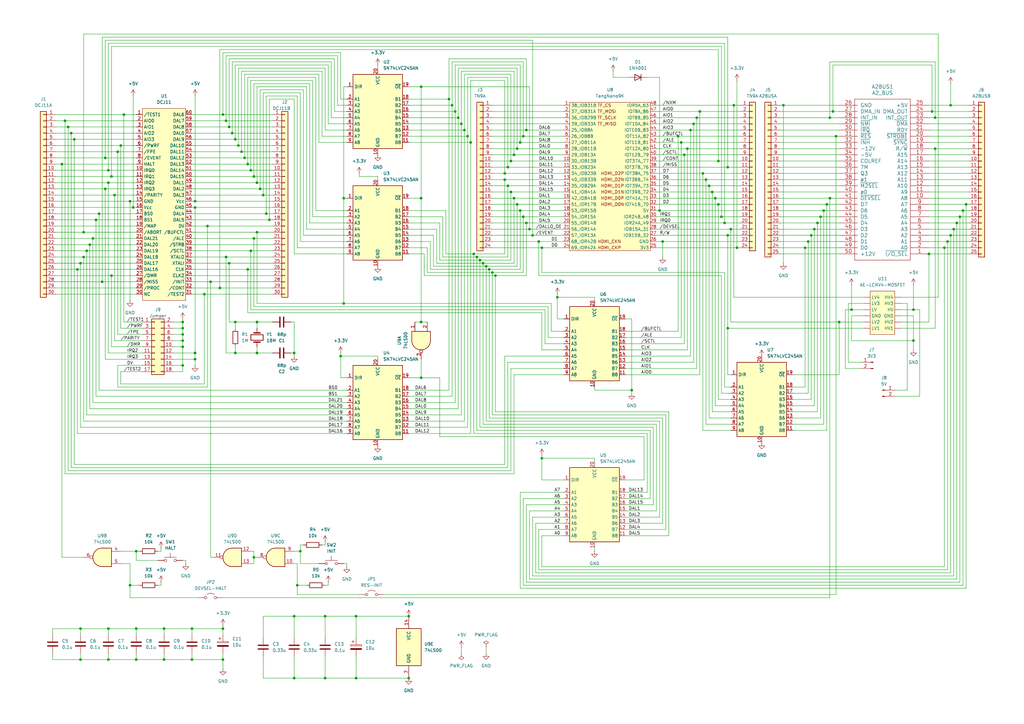
<source format=kicad_sch>
(kicad_sch (version 20231120) (generator "eeschema") (generator_version "8.0")
  (paper "A3")
  (title_block (title "J11 Test 17") (date "2024-11-17") (rev "0.17") (company "nanja.info") (comment 1 "Apple II BUS"))
  (junction (at 120.65 278.13))
  (junction (at 167.64 252.73))
  (junction (at 91.44 257.81))
  (junction (at 55.88 226.06))
  (junction (at 335.28 91.44))
  (junction (at 340.36 48.26))
  (junction (at 34.29 105.41))
  (junction (at 383.54 48.26))
  (junction (at 34.29 95.25))
  (junction (at 91.44 46.99))
  (junction (at 31.75 110.49))
  (junction (at 331.47 99.06))
  (junction (at 80.01 144.78))
  (junction (at 102.87 102.87))
  (junction (at 298.45 134.62))
  (junction (at 104.14 97.79))
  (junction (at 298.45 96.52))
  (junction (at 259.08 160.02))
  (junction (at 194.31 104.14))
  (junction (at 96.52 132.08))
  (junction (at 105.41 144.78))
  (junction (at 110.49 90.17))
  (junction (at 36.83 100.33))
  (junction (at 44.45 270.51))
  (junction (at 334.01 93.98))
  (junction (at 287.02 45.72))
  (junction (at 45.72 72.39))
  (junction (at 33.02 257.81))
  (junction (at 208.28 76.2))
  (junction (at 67.31 270.51))
  (junction (at 74.93 142.24))
  (junction (at 121.92 240.03))
  (junction (at 199.39 109.22))
  (junction (at 222.25 187.96))
  (junction (at 190.5 53.34))
  (junction (at 105.41 95.25))
  (junction (at 279.4 58.42))
  (junction (at 74.93 137.16))
  (junction (at 43.18 77.47))
  (junction (at 92.71 105.41))
  (junction (at 215.9 53.34))
  (junction (at 285.75 48.26))
  (junction (at 281.94 60.96))
  (junction (at 33.02 270.51))
  (junction (at 214.63 88.9))
  (junction (at 93.98 107.95))
  (junction (at 187.96 48.26))
  (junction (at 25.4 67.31))
  (junction (at 189.23 50.8))
  (junction (at 220.98 99.06))
  (junction (at 212.09 60.96))
  (junction (at 302.26 101.6))
  (junction (at 104.14 228.6))
  (junction (at 96.52 57.15))
  (junction (at 45.72 113.03))
  (junction (at 95.25 54.61))
  (junction (at 382.27 45.72))
  (junction (at 53.34 82.55))
  (junction (at 288.29 71.12))
  (junction (at 341.63 45.72))
  (junction (at 336.55 88.9))
  (junction (at 196.85 106.68))
  (junction (at 101.6 67.31))
  (junction (at 209.55 78.74))
  (junction (at 96.52 144.78))
  (junction (at 105.41 74.93))
  (junction (at 185.42 43.18))
  (junction (at 383.54 60.96))
  (junction (at 105.41 132.08))
  (junction (at 99.06 62.23))
  (junction (at 92.71 49.53))
  (junction (at 337.82 86.36))
  (junction (at 55.88 270.51))
  (junction (at 29.21 54.61))
  (junction (at 218.44 96.52))
  (junction (at 33.02 107.95))
  (junction (at 83.82 120.65))
  (junction (at 44.45 257.81))
  (junction (at 340.36 81.28))
  (junction (at 294.64 83.82))
  (junction (at 215.9 91.44))
  (junction (at 295.91 88.9))
  (junction (at 74.93 134.62))
  (junction (at 80.01 82.55))
  (junction (at 228.6 121.92))
  (junction (at 172.72 132.08))
  (junction (at 78.74 270.51))
  (junction (at 140.97 124.46))
  (junction (at 49.53 59.69))
  (junction (at 46.99 80.01))
  (junction (at 193.04 58.42))
  (junction (at 191.77 55.88))
  (junction (at 74.93 149.86))
  (junction (at 67.31 257.81))
  (junction (at 374.65 127))
  (junction (at 330.2 101.6))
  (junction (at 396.24 83.82))
  (junction (at 93.98 52.07))
  (junction (at 195.58 105.41))
  (junction (at 120.65 252.73))
  (junction (at 212.09 83.82))
  (junction (at 293.37 81.28))
  (junction (at 85.09 92.71))
  (junction (at 35.56 102.87))
  (junction (at 90.17 118.11))
  (junction (at 213.36 86.36))
  (junction (at 41.91 115.57))
  (junction (at 86.36 115.57))
  (junction (at 43.18 64.77))
  (junction (at 394.97 86.36))
  (junction (at 184.15 40.64))
  (junction (at 271.78 99.06))
  (junction (at 146.05 278.13))
  (junction (at 167.64 278.13))
  (junction (at 280.67 63.5))
  (junction (at 120.65 144.78))
  (junction (at 300.99 43.18))
  (junction (at 140.97 81.28))
  (junction (at 198.12 107.95))
  (junction (at 38.1 97.79))
  (junction (at 78.74 257.81))
  (junction (at 388.62 99.06))
  (junction (at 208.28 68.58))
  (junction (at 210.82 63.5))
  (junction (at 222.25 101.6))
  (junction (at 207.01 71.12))
  (junction (at 342.9 55.88))
  (junction (at 210.82 81.28))
  (junction (at 203.2 113.03))
  (junction (at 44.45 69.85))
  (junction (at 374.65 139.7))
  (junction (at 146.05 252.73))
  (junction (at 40.64 87.63))
  (junction (at 213.36 58.42))
  (junction (at 339.09 83.82))
  (junction (at 172.72 35.56))
  (junction (at 123.19 226.06))
  (junction (at 294.64 66.04))
  (junction (at 104.14 72.39))
  (junction (at 109.22 87.63))
  (junction (at 53.34 240.03))
  (junction (at 217.17 93.98))
  (junction (at 44.45 74.93))
  (junction (at 200.66 110.49))
  (junction (at 139.7 146.05))
  (junction (at 207.01 73.66))
  (junction (at 101.6 110.49))
  (junction (at 26.67 49.53))
  (junction (at 48.26 62.23))
  (junction (at 172.72 154.94))
  (junction (at 393.7 88.9))
  (junction (at 102.87 69.85))
  (junction (at 344.17 132.08))
  (junction (at 292.1 78.74))
  (junction (at 39.37 90.17))
  (junction (at 186.69 45.72))
  (junction (at 332.74 96.52))
  (junction (at 389.89 43.18))
  (junction (at 80.01 147.32))
  (junction (at 214.63 55.88))
  (junction (at 389.89 96.52))
  (junction (at 387.35 101.6))
  (junction (at 299.72 93.98))
  (junction (at 55.88 257.81))
  (junction (at 284.48 50.8))
  (junction (at 50.8 46.99))
  (junction (at 391.16 93.98))
  (junction (at 209.55 66.04))
  (junction (at 100.33 64.77))
  (junction (at 283.21 53.34))
  (junction (at 349.25 127))
  (junction (at 80.01 85.09))
  (junction (at 106.68 77.47))
  (junction (at 91.44 270.51))
  (junction (at 133.35 278.13))
  (junction (at 97.79 59.69))
  (junction (at 278.13 55.88))
  (junction (at 74.93 139.7))
  (junction (at 381 104.14))
  (junction (at 321.31 43.18))
  (junction (at 298.45 68.58))
  (junction (at 27.94 52.07))
  (junction (at 289.56 73.66))
  (junction (at 54.61 85.09))
  (junction (at 297.18 91.44))
  (junction (at 201.93 111.76))
  (junction (at 107.95 80.01))
  (junction (at 290.83 76.2))
  (junction (at 172.72 81.28))
  (junction (at 270.51 86.36))
  (junction (at 392.43 91.44))
  (junction (at 30.48 57.15))
  (junction (at 133.35 252.73))
  (junction (at 74.93 132.08))
  (wire (pts (xy 49.53 59.69) (xy 49.53 134.62)))
  (wire (pts (xy 167.64 58.42) (xy 193.04 58.42)))
  (wire (pts (xy 74.93 139.7) (xy 74.93 142.24)))
  (wire (pts (xy 201.93 88.9) (xy 214.63 88.9)))
  (wire (pts (xy 339.09 83.82) (xy 339.09 176.53)))
  (wire (pts (xy 74.93 152.4) (xy 74.93 149.86)))
  (wire (pts (xy 105.41 95.25) (xy 105.41 124.46)))
  (wire (pts (xy 381 76.2) (xy 397.51 76.2)))
  (wire (pts (xy 293.37 81.28) (xy 303.53 81.28)))
  (wire (pts (xy 138.43 43.18) (xy 138.43 22.86)))
  (wire (pts (xy 285.75 48.26) (xy 303.53 48.26)))
  (wire (pts (xy 96.52 144.78) (xy 105.41 144.78)))
  (wire (pts (xy 55.88 229.87) (xy 64.77 229.87)))
  (wire (pts (xy 86.36 115.57) (xy 111.76 115.57)))
  (wire (pts (xy 285.75 48.26) (xy 285.75 151.13)))
  (wire (pts (xy 167.64 96.52) (xy 177.8 96.52)))
  (wire (pts (xy 340.36 81.28) (xy 340.36 245.11)))
  (wire (pts (xy 367.03 162.56) (xy 377.19 162.56)))
  (wire (pts (xy 106.68 77.47) (xy 111.76 77.47)))
  (wire (pts (xy 26.67 49.53) (xy 55.88 49.53)))
  (wire (pts (xy 320.04 60.96) (xy 344.17 60.96)))
  (wire (pts (xy 223.52 140.97) (xy 223.52 127)))
  (wire (pts (xy 228.6 121.92) (xy 243.84 121.92)))
  (wire (pts (xy 344.17 132.08) (xy 344.17 153.67)))
  (wire (pts (xy 120.65 132.08) (xy 119.38 132.08)))
  (wire (pts (xy 104.14 97.79) (xy 111.76 97.79)))
  (wire (pts (xy 55.88 267.97) (xy 55.88 270.51)))
  (wire (pts (xy 172.72 147.32) (xy 172.72 154.94)))
  (wire (pts (xy 269.24 96.52) (xy 298.45 96.52)))
  (wire (pts (xy 78.74 59.69) (xy 97.79 59.69)))
  (wire (pts (xy 173.99 104.14) (xy 173.99 113.03)))
  (wire (pts (xy 369.57 121.92) (xy 384.81 121.92)))
  (wire (pts (xy 299.72 153.67) (xy 298.45 153.67)))
  (wire (pts (xy 289.56 73.66) (xy 303.53 73.66)))
  (wire (pts (xy 214.63 25.4) (xy 214.63 55.88)))
  (wire (pts (xy 120.65 104.14) (xy 120.65 40.64)))
  (wire (pts (xy 325.12 158.75) (xy 330.2 158.75)))
  (wire (pts (xy 58.42 144.78) (xy 44.45 144.78)))
  (wire (pts (xy 201.93 58.42) (xy 213.36 58.42)))
  (wire (pts (xy 392.43 91.44) (xy 397.51 91.44)))
  (wire (pts (xy 209.55 193.04) (xy 209.55 151.13)))
  (wire (pts (xy 300.99 43.18) (xy 303.53 43.18)))
  (wire (pts (xy 203.2 168.91) (xy 203.2 113.03)))
  (wire (pts (xy 381 104.14) (xy 381 132.08)))
  (wire (pts (xy 354.33 127) (xy 349.25 127)))
  (wire (pts (xy 78.74 72.39) (xy 104.14 72.39)))
  (wire (pts (xy 49.53 152.4) (xy 58.42 152.4)))
  (wire (pts (xy 78.74 92.71) (xy 85.09 92.71)))
  (wire (pts (xy 125.73 93.98) (xy 125.73 35.56)))
  (wire (pts (xy 146.05 252.73) (xy 167.64 252.73)))
  (wire (pts (xy 43.18 64.77) (xy 55.88 64.77)))
  (wire (pts (xy 213.36 26.67) (xy 213.36 58.42)))
  (wire (pts (xy 269.24 91.44) (xy 297.18 91.44)))
  (wire (pts (xy 298.45 134.62) (xy 298.45 153.67)))
  (wire (pts (xy 55.88 260.35) (xy 55.88 257.81)))
  (wire (pts (xy 187.96 48.26) (xy 187.96 167.64)))
  (wire (pts (xy 369.57 129.54) (xy 374.65 129.54)))
  (wire (pts (xy 49.53 231.14) (xy 53.34 231.14)))
  (wire (pts (xy 30.48 190.5) (xy 207.01 190.5)))
  (wire (pts (xy 133.35 53.34) (xy 142.24 53.34)))
  (wire (pts (xy 26.67 194.31) (xy 210.82 194.31)))
  (wire (pts (xy 223.52 127) (xy 102.87 127)))
  (wire (pts (xy 139.7 146.05) (xy 139.7 154.94)))
  (wire (pts (xy 96.52 134.62) (xy 96.52 132.08)))
  (wire (pts (xy 50.8 46.99) (xy 55.88 46.99)))
  (wire (pts (xy 222.25 219.71) (xy 222.25 232.41)))
  (wire (pts (xy 194.31 104.14) (xy 207.01 104.14)))
  (wire (pts (xy 154.94 26.67) (xy 154.94 27.94)))
  (wire (pts (xy 123.19 223.52) (xy 124.46 223.52)))
  (wire (pts (xy 369.57 134.62) (xy 383.54 134.62)))
  (wire (pts (xy 213.36 241.3) (xy 396.24 241.3)))
  (wire (pts (xy 132.08 29.21) (xy 99.06 29.21)))
  (wire (pts (xy 133.35 252.73) (xy 146.05 252.73)))
  (wire (pts (xy 78.74 118.11) (xy 90.17 118.11)))
  (wire (pts (xy 208.28 191.77) (xy 208.28 148.59)))
  (wire (pts (xy 100.33 64.77) (xy 111.76 64.77)))
  (wire (pts (xy 96.52 142.24) (xy 96.52 144.78)))
  (wire (pts (xy 146.05 269.24) (xy 146.05 278.13)))
  (wire (pts (xy 22.86 85.09) (xy 54.61 85.09)))
  (wire (pts (xy 46.99 80.01) (xy 55.88 80.01)))
  (wire (pts (xy 83.82 120.65) (xy 83.82 157.48)))
  (wire (pts (xy 95.25 25.4) (xy 95.25 54.61)))
  (wire (pts (xy 187.96 27.94) (xy 212.09 27.94)))
  (wire (pts (xy 226.06 135.89) (xy 226.06 124.46)))
  (wire (pts (xy 129.54 86.36) (xy 129.54 31.75)))
  (wire (pts (xy 280.67 63.5) (xy 303.53 63.5)))
  (wire (pts (xy 273.05 217.17) (xy 273.05 170.18)))
  (wire (pts (xy 120.65 231.14) (xy 121.92 231.14)))
  (wire (pts (xy 269.24 53.34) (xy 283.21 53.34)))
  (wire (pts (xy 138.43 22.86) (xy 92.71 22.86)))
  (wire (pts (xy 381 104.14) (xy 397.51 104.14)))
  (wire (pts (xy 203.2 113.03) (xy 215.9 113.03)))
  (wire (pts (xy 207.01 190.5) (xy 207.01 146.05)))
  (wire (pts (xy 120.65 252.73) (xy 133.35 252.73)))
  (wire (pts (xy 256.54 140.97) (xy 280.67 140.97)))
  (wire (pts (xy 128.27 88.9) (xy 128.27 33.02)))
  (wire (pts (xy 374.65 139.7) (xy 374.65 143.51)))
  (wire (pts (xy 185.42 25.4) (xy 214.63 25.4)))
  (wire (pts (xy 243.84 158.75) (xy 243.84 160.02)))
  (wire (pts (xy 298.45 96.52) (xy 298.45 134.62)))
  (wire (pts (xy 320.04 81.28) (xy 340.36 81.28)))
  (wire (pts (xy 243.84 187.96) (xy 243.84 189.23)))
  (wire (pts (xy 44.45 260.35) (xy 44.45 257.81)))
  (wire (pts (xy 176.53 99.06) (xy 176.53 110.49)))
  (wire (pts (xy 270.51 86.36) (xy 303.53 86.36)))
  (wire (pts (xy 74.93 142.24) (xy 74.93 149.86)))
  (wire (pts (xy 78.74 107.95) (xy 93.98 107.95)))
  (wire (pts (xy 381 101.6) (xy 387.35 101.6)))
  (wire (pts (xy 147.32 72.39) (xy 154.94 72.39)))
  (wire (pts (xy 167.64 172.72) (xy 190.5 172.72)))
  (wire (pts (xy 320.04 55.88) (xy 342.9 55.88)))
  (wire (pts (xy 96.52 57.15) (xy 111.76 57.15)))
  (wire (pts (xy 269.24 63.5) (xy 280.67 63.5)))
  (wire (pts (xy 45.72 72.39) (xy 55.88 72.39)))
  (wire (pts (xy 231.14 135.89) (xy 226.06 135.89)))
  (wire (pts (xy 298.45 96.52) (xy 303.53 96.52)))
  (wire (pts (xy 381 99.06) (xy 388.62 99.06)))
  (wire (pts (xy 194.31 104.14) (xy 194.31 177.8)))
  (wire (pts (xy 325.12 176.53) (xy 339.09 176.53)))
  (wire (pts (xy 320.04 93.98) (xy 334.01 93.98)))
  (wire (pts (xy 129.54 86.36) (xy 142.24 86.36)))
  (wire (pts (xy 91.44 270.51) (xy 91.44 274.32)))
  (wire (pts (xy 27.94 52.07) (xy 55.88 52.07)))
  (wire (pts (xy 210.82 29.21) (xy 210.82 63.5)))
  (wire (pts (xy 78.74 97.79) (xy 104.14 97.79)))
  (wire (pts (xy 80.01 85.09) (xy 111.76 85.09)))
  (wire (pts (xy 388.62 99.06) (xy 397.51 99.06)))
  (wire (pts (xy 383.54 134.62) (xy 383.54 60.96)))
  (wire (pts (xy 74.93 137.16) (xy 74.93 139.7)))
  (wire (pts (xy 101.6 128.27) (xy 222.25 128.27)))
  (wire (pts (xy 34.29 95.25) (xy 55.88 95.25)))
  (wire (pts (xy 123.19 99.06) (xy 142.24 99.06)))
  (wire (pts (xy 256.54 196.85) (xy 264.16 196.85)))
  (wire (pts (xy 105.41 134.62) (xy 105.41 132.08)))
  (wire (pts (xy 102.87 102.87) (xy 102.87 127)))
  (wire (pts (xy 139.7 21.59) (xy 91.44 21.59)))
  (wire (pts (xy 341.63 45.72) (xy 344.17 45.72)))
  (wire (pts (xy 105.41 142.24) (xy 105.41 144.78)))
  (wire (pts (xy 220.98 113.03) (xy 295.91 113.03)))
  (wire (pts (xy 29.21 54.61) (xy 29.21 191.77)))
  (wire (pts (xy 387.35 232.41) (xy 387.35 101.6)))
  (wire (pts (xy 157.48 243.84) (xy 342.9 243.84)))
  (wire (pts (xy 33.02 107.95) (xy 55.88 107.95)))
  (wire (pts (xy 129.54 31.75) (xy 101.6 31.75)))
  (wire (pts (xy 78.74 87.63) (xy 109.22 87.63)))
  (wire (pts (xy 137.16 45.72) (xy 137.16 24.13)))
  (wire (pts (xy 381 60.96) (xy 383.54 60.96)))
  (wire (pts (xy 231.14 214.63) (xy 219.71 214.63)))
  (wire (pts (xy 34.29 105.41) (xy 34.29 172.72)))
  (wire (pts (xy 167.64 99.06) (xy 176.53 99.06)))
  (wire (pts (xy 382.27 45.72) (xy 397.51 45.72)))
  (wire (pts (xy 146.05 261.62) (xy 146.05 252.73)))
  (wire (pts (xy 299.72 166.37) (xy 293.37 166.37)))
  (wire (pts (xy 133.35 223.52) (xy 132.08 223.52)))
  (wire (pts (xy 256.54 214.63) (xy 271.78 214.63)))
  (wire (pts (xy 201.93 45.72) (xy 231.14 45.72)))
  (wire (pts (xy 231.14 207.01) (xy 215.9 207.01)))
  (wire (pts (xy 125.73 35.56) (xy 105.41 35.56)))
  (wire (pts (xy 372.11 124.46) (xy 372.11 160.02)))
  (wire (pts (xy 220.98 99.06) (xy 231.14 99.06)))
  (wire (pts (xy 140.97 81.28) (xy 142.24 81.28)))
  (wire (pts (xy 269.24 66.04) (xy 294.64 66.04)))
  (wire (pts (xy 332.74 96.52) (xy 332.74 163.83)))
  (wire (pts (xy 349.25 127) (xy 349.25 116.84)))
  (wire (pts (xy 187.96 48.26) (xy 187.96 27.94)))
  (wire (pts (xy 292.1 78.74) (xy 303.53 78.74)))
  (wire (pts (xy 133.35 269.24) (xy 133.35 278.13)))
  (wire (pts (xy 120.65 226.06) (xy 123.19 226.06)))
  (wire (pts (xy 53.34 240.03) (xy 53.34 245.11)))
  (wire (pts (xy 222.25 143.51) (xy 231.14 143.51)))
  (wire (pts (xy 21.59 270.51) (xy 33.02 270.51)))
  (wire (pts (xy 201.93 83.82) (xy 212.09 83.82)))
  (wire (pts (xy 55.88 270.51) (xy 67.31 270.51)))
  (wire (pts (xy 384.81 13.97) (xy 384.81 121.92)))
  (wire (pts (xy 78.74 46.99) (xy 91.44 46.99)))
  (wire (pts (xy 278.13 55.88) (xy 303.53 55.88)))
  (wire (pts (xy 142.24 177.8) (xy 31.75 177.8)))
  (wire (pts (xy 22.86 113.03) (xy 45.72 113.03)))
  (wire (pts (xy 284.48 50.8) (xy 303.53 50.8)))
  (wire (pts (xy 193.04 33.02) (xy 207.01 33.02)))
  (wire (pts (xy 43.18 77.47) (xy 43.18 147.32)))
  (wire (pts (xy 267.97 175.26) (xy 196.85 175.26)))
  (wire (pts (xy 71.12 132.08) (xy 74.93 132.08)))
  (wire (pts (xy 135.89 25.4) (xy 95.25 25.4)))
  (wire (pts (xy 74.93 134.62) (xy 74.93 137.16)))
  (wire (pts (xy 33.02 257.81) (xy 44.45 257.81)))
  (wire (pts (xy 34.29 13.97) (xy 384.81 13.97)))
  (wire (pts (xy 101.6 110.49) (xy 111.76 110.49)))
  (wire (pts (xy 298.45 134.62) (xy 354.33 134.62)))
  (wire (pts (xy 381 78.74) (xy 397.51 78.74)))
  (wire (pts (xy 215.9 24.13) (xy 215.9 53.34)))
  (wire (pts (xy 210.82 63.5) (xy 231.14 63.5)))
  (wire (pts (xy 369.57 127) (xy 374.65 127)))
  (wire (pts (xy 142.24 167.64) (xy 36.83 167.64)))
  (wire (pts (xy 209.55 106.68) (xy 209.55 78.74)))
  (wire (pts (xy 123.19 38.1) (xy 107.95 38.1)))
  (wire (pts (xy 120.65 261.62) (xy 120.65 252.73)))
  (wire (pts (xy 67.31 267.97) (xy 67.31 270.51)))
  (wire (pts (xy 109.22 87.63) (xy 111.76 87.63)))
  (wire (pts (xy 53.34 82.55) (xy 55.88 82.55)))
  (wire (pts (xy 266.7 176.53) (xy 195.58 176.53)))
  (wire (pts (xy 269.24 73.66) (xy 289.56 73.66)))
  (wire (pts (xy 78.74 82.55) (xy 80.01 82.55)))
  (wire (pts (xy 294.64 83.82) (xy 303.53 83.82)))
  (wire (pts (xy 78.74 260.35) (xy 78.74 257.81)))
  (wire (pts (xy 90.17 20.32) (xy 294.64 20.32)))
  (wire (pts (xy 256.54 201.93) (xy 265.43 201.93)))
  (wire (pts (xy 167.64 35.56) (xy 172.72 35.56)))
  (wire (pts (xy 85.09 92.71) (xy 111.76 92.71)))
  (wire (pts (xy 292.1 78.74) (xy 292.1 168.91)))
  (wire (pts (xy 320.04 58.42) (xy 344.17 58.42)))
  (wire (pts (xy 130.81 58.42) (xy 130.81 30.48)))
  (wire (pts (xy 142.24 154.94) (xy 139.7 154.94)))
  (wire (pts (xy 74.93 132.08) (xy 74.93 134.62)))
  (wire (pts (xy 212.09 109.22) (xy 212.09 83.82)))
  (wire (pts (xy 91.44 46.99) (xy 111.76 46.99)))
  (wire (pts (xy 27.94 52.07) (xy 27.94 193.04)))
  (wire (pts (xy 124.46 96.52) (xy 124.46 36.83)))
  (wire (pts (xy 354.33 121.92) (xy 300.99 121.92)))
  (wire (pts (xy 104.14 231.14) (xy 102.87 231.14)))
  (wire (pts (xy 215.9 207.01) (xy 215.9 238.76)))
  (wire (pts (xy 231.14 212.09) (xy 218.44 212.09)))
  (wire (pts (xy 127 34.29) (xy 104.14 34.29)))
  (wire (pts (xy 107.95 38.1) (xy 107.95 80.01)))
  (wire (pts (xy 22.86 49.53) (xy 26.67 49.53)))
  (wire (pts (xy 44.45 257.81) (xy 55.88 257.81)))
  (wire (pts (xy 215.9 113.03) (xy 215.9 91.44)))
  (wire (pts (xy 40.64 160.02) (xy 142.24 160.02)))
  (wire (pts (xy 342.9 55.88) (xy 344.17 55.88)))
  (wire (pts (xy 349.25 139.7) (xy 374.65 139.7)))
  (wire (pts (xy 190.5 53.34) (xy 190.5 172.72)))
  (wire (pts (xy 22.86 46.99) (xy 50.8 46.99)))
  (wire (pts (xy 269.24 209.55) (xy 269.24 173.99)))
  (wire (pts (xy 120.65 40.64) (xy 110.49 40.64)))
  (wire (pts (xy 78.74 100.33) (xy 111.76 100.33)))
  (wire (pts (xy 201.93 71.12) (xy 207.01 71.12)))
  (wire (pts (xy 231.14 219.71) (xy 222.25 219.71)))
  (wire (pts (xy 133.35 27.94) (xy 97.79 27.94)))
  (wire (pts (xy 26.67 49.53) (xy 26.67 194.31)))
  (wire (pts (xy 342.9 55.88) (xy 342.9 243.84)))
  (wire (pts (xy 299.72 163.83) (xy 294.64 163.83)))
  (wire (pts (xy 44.45 69.85) (xy 55.88 69.85)))
  (wire (pts (xy 321.31 107.95) (xy 321.31 43.18)))
  (wire (pts (xy 383.54 48.26) (xy 397.51 48.26)))
  (wire (pts (xy 91.44 267.97) (xy 91.44 270.51)))
  (wire (pts (xy 320.04 101.6) (xy 330.2 101.6)))
  (wire (pts (xy 22.86 77.47) (xy 43.18 77.47)))
  (wire (pts (xy 22.86 54.61) (xy 29.21 54.61)))
  (wire (pts (xy 294.64 66.04) (xy 303.53 66.04)))
  (wire (pts (xy 199.39 172.72) (xy 270.51 172.72)))
  (wire (pts (xy 78.74 85.09) (xy 80.01 85.09)))
  (wire (pts (xy 86.36 228.6) (xy 87.63 228.6)))
  (wire (pts (xy 74.93 130.81) (xy 74.93 132.08)))
  (wire (pts (xy 22.86 62.23) (xy 48.26 62.23)))
  (wire (pts (xy 180.34 106.68) (xy 196.85 106.68)))
  (wire (pts (xy 381 45.72) (xy 382.27 45.72)))
  (wire (pts (xy 389.89 96.52) (xy 389.89 234.95)))
  (wire (pts (xy 214.63 204.47) (xy 231.14 204.47)))
  (wire (pts (xy 297.18 91.44) (xy 303.53 91.44)))
  (wire (pts (xy 92.71 22.86) (xy 92.71 49.53)))
  (wire (pts (xy 259.08 160.02) (xy 259.08 161.29)))
  (wire (pts (xy 43.18 77.47) (xy 55.88 77.47)))
  (wire (pts (xy 100.33 30.48) (xy 100.33 64.77)))
  (wire (pts (xy 167.64 165.1) (xy 186.69 165.1)))
  (wire (pts (xy 120.65 269.24) (xy 120.65 278.13)))
  (wire (pts (xy 215.9 91.44) (xy 231.14 91.44)))
  (wire (pts (xy 22.86 120.65) (xy 55.88 120.65)))
  (wire (pts (xy 121.92 240.03) (xy 121.92 243.84)))
  (wire (pts (xy 121.92 101.6) (xy 121.92 39.37)))
  (wire (pts (xy 30.48 57.15) (xy 55.88 57.15)))
  (wire (pts (xy 213.36 201.93) (xy 213.36 241.3)))
  (wire (pts (xy 340.36 81.28) (xy 344.17 81.28)))
  (wire (pts (xy 22.86 90.17) (xy 39.37 90.17)))
  (wire (pts (xy 41.91 115.57) (xy 55.88 115.57)))
  (wire (pts (xy 210.82 153.67) (xy 231.14 153.67)))
  (wire (pts (xy 34.29 95.25) (xy 34.29 13.97)))
  (wire (pts (xy 29.21 191.77) (xy 208.28 191.77)))
  (wire (pts (xy 228.6 121.92) (xy 228.6 120.65)))
  (wire (pts (xy 201.93 66.04) (xy 209.55 66.04)))
  (wire (pts (xy 320.04 91.44) (xy 335.28 91.44)))
  (wire (pts (xy 273.05 170.18) (xy 201.93 170.18)))
  (wire (pts (xy 107.95 252.73) (xy 120.65 252.73)))
  (wire (pts (xy 97.79 27.94) (xy 97.79 59.69)))
  (wire (pts (xy 269.24 76.2) (xy 290.83 76.2)))
  (wire (pts (xy 201.93 68.58) (xy 208.28 68.58)))
  (wire (pts (xy 22.86 110.49) (xy 31.75 110.49)))
  (wire (pts (xy 48.26 62.23) (xy 55.88 62.23)))
  (wire (pts (xy 201.93 101.6) (xy 222.25 101.6)))
  (wire (pts (xy 104.14 226.06) (xy 104.14 228.6)))
  (wire (pts (xy 167.64 48.26) (xy 187.96 48.26)))
  (wire (pts (xy 175.26 101.6) (xy 175.26 111.76)))
  (wire (pts (xy 53.34 240.03) (xy 57.15 240.03)))
  (wire (pts (xy 93.98 107.95) (xy 111.76 107.95)))
  (wire (pts (xy 45.72 19.05) (xy 295.91 19.05)))
  (wire (pts (xy 243.84 160.02) (xy 259.08 160.02)))
  (wire (pts (xy 22.86 72.39) (xy 45.72 72.39)))
  (wire (pts (xy 200.66 110.49) (xy 213.36 110.49)))
  (wire (pts (xy 222.25 128.27) (xy 222.25 143.51)))
  (wire (pts (xy 124.46 96.52) (xy 142.24 96.52)))
  (wire (pts (xy 218.44 212.09) (xy 218.44 236.22)))
  (wire (pts (xy 222.25 187.96) (xy 243.84 187.96)))
  (wire (pts (xy 344.17 132.08) (xy 354.33 132.08)))
  (wire (pts (xy 102.87 102.87) (xy 111.76 102.87)))
  (wire (pts (xy 71.12 137.16) (xy 74.93 137.16)))
  (wire (pts (xy 184.15 40.64) (xy 184.15 160.02)))
  (wire (pts (xy 71.12 149.86) (xy 74.93 149.86)))
  (wire (pts (xy 283.21 53.34) (xy 283.21 146.05)))
  (wire (pts (xy 96.52 26.67) (xy 96.52 57.15)))
  (wire (pts (xy 49.53 226.06) (xy 55.88 226.06)))
  (wire (pts (xy 139.7 144.78) (xy 139.7 146.05)))
  (wire (pts (xy 346.71 127) (xy 349.25 127)))
  (wire (pts (xy 256.54 151.13) (xy 285.75 151.13)))
  (wire (pts (xy 186.69 45.72) (xy 186.69 26.67)))
  (wire (pts (xy 201.93 99.06) (xy 220.98 99.06)))
  (wire (pts (xy 256.54 219.71) (xy 274.32 219.71)))
  (wire (pts (xy 213.36 86.36) (xy 231.14 86.36)))
  (wire (pts (xy 22.86 67.31) (xy 25.4 67.31)))
  (wire (pts (xy 290.83 76.2) (xy 290.83 171.45)))
  (wire (pts (xy 391.16 93.98) (xy 397.51 93.98)))
  (wire (pts (xy 80.01 85.09) (xy 80.01 144.78)))
  (wire (pts (xy 78.74 54.61) (xy 95.25 54.61)))
  (wire (pts (xy 99.06 29.21) (xy 99.06 62.23)))
  (wire (pts (xy 175.26 111.76) (xy 201.93 111.76)))
  (wire (pts (xy 269.24 173.99) (xy 198.12 173.99)))
  (wire (pts (xy 381 43.18) (xy 389.89 43.18)))
  (wire (pts (xy 33.02 260.35) (xy 33.02 257.81)))
  (wire (pts (xy 389.89 34.29) (xy 389.89 43.18)))
  (wire (pts (xy 191.77 55.88) (xy 191.77 31.75)))
  (wire (pts (xy 128.27 33.02) (xy 102.87 33.02)))
  (wire (pts (xy 99.06 62.23) (xy 111.76 62.23)))
  (wire (pts (xy 49.53 157.48) (xy 83.82 157.48)))
  (wire (pts (xy 36.83 100.33) (xy 55.88 100.33)))
  (wire (pts (xy 167.64 162.56) (xy 185.42 162.56)))
  (wire (pts (xy 267.97 207.01) (xy 267.97 175.26)))
  (wire (pts (xy 46.99 80.01) (xy 46.99 139.7)))
  (wire (pts (xy 299.72 93.98) (xy 303.53 93.98)))
  (wire (pts (xy 93.98 24.13) (xy 93.98 52.07)))
  (wire (pts (xy 93.98 52.07) (xy 111.76 52.07)))
  (wire (pts (xy 389.89 43.18) (xy 397.51 43.18)))
  (wire (pts (xy 207.01 33.02) (xy 207.01 71.12)))
  (wire (pts (xy 119.38 144.78) (xy 120.65 144.78)))
  (wire (pts (xy 381 93.98) (xy 391.16 93.98)))
  (wire (pts (xy 44.45 270.51) (xy 55.88 270.51)))
  (wire (pts (xy 281.94 60.96) (xy 303.53 60.96)))
  (wire (pts (xy 104.14 72.39) (xy 111.76 72.39)))
  (wire (pts (xy 48.26 149.86) (xy 58.42 149.86)))
  (wire (pts (xy 201.93 63.5) (xy 210.82 63.5)))
  (wire (pts (xy 381 58.42) (xy 397.51 58.42)))
  (wire (pts (xy 189.23 50.8) (xy 189.23 29.21)))
  (wire (pts (xy 105.41 35.56) (xy 105.41 74.93)))
  (wire (pts (xy 396.24 83.82) (xy 396.24 241.3)))
  (wire (pts (xy 222.25 101.6) (xy 231.14 101.6)))
  (wire (pts (xy 130.81 30.48) (xy 100.33 30.48)))
  (wire (pts (xy 320.04 66.04) (xy 344.17 66.04)))
  (wire (pts (xy 393.7 88.9) (xy 393.7 238.76)))
  (wire (pts (xy 295.91 88.9) (xy 303.53 88.9)))
  (wire (pts (xy 193.04 58.42) (xy 193.04 33.02)))
  (wire (pts (xy 256.54 217.17) (xy 273.05 217.17)))
  (wire (pts (xy 335.28 168.91) (xy 335.28 91.44)))
  (wire (pts (xy 85.09 92.71) (xy 85.09 158.75)))
  (wire (pts (xy 207.01 73.66) (xy 231.14 73.66)))
  (wire (pts (xy 289.56 73.66) (xy 289.56 173.99)))
  (wire (pts (xy 22.86 57.15) (xy 30.48 57.15)))
  (wire (pts (xy 347.98 124.46) (xy 354.33 124.46)))
  (wire (pts (xy 264.16 196.85) (xy 264.16 179.07)))
  (wire (pts (xy 387.35 101.6) (xy 397.51 101.6)))
  (wire (pts (xy 331.47 99.06) (xy 344.17 99.06)))
  (wire (pts (xy 78.74 52.07) (xy 93.98 52.07)))
  (wire (pts (xy 383.54 60.96) (xy 397.51 60.96)))
  (wire (pts (xy 214.63 240.03) (xy 394.97 240.03)))
  (wire (pts (xy 224.79 138.43) (xy 224.79 125.73)))
  (wire (pts (xy 78.74 49.53) (xy 92.71 49.53)))
  (wire (pts (xy 374.65 116.84) (xy 374.65 127)))
  (wire (pts (xy 22.86 107.95) (xy 33.02 107.95)))
  (wire (pts (xy 71.12 152.4) (xy 74.93 152.4)))
  (wire (pts (xy 214.63 240.03) (xy 214.63 204.47)))
  (wire (pts (xy 271.78 171.45) (xy 200.66 171.45)))
  (wire (pts (xy 50.8 132.08) (xy 58.42 132.08)))
  (wire (pts (xy 167.64 175.26) (xy 191.77 175.26)))
  (wire (pts (xy 71.12 134.62) (xy 74.93 134.62)))
  (wire (pts (xy 388.62 99.06) (xy 388.62 233.68)))
  (wire (pts (xy 213.36 110.49) (xy 213.36 86.36)))
  (wire (pts (xy 256.54 153.67) (xy 287.02 153.67)))
  (wire (pts (xy 269.24 88.9) (xy 295.91 88.9)))
  (wire (pts (xy 281.94 60.96) (xy 281.94 143.51)))
  (wire (pts (xy 382.27 26.67) (xy 341.63 26.67)))
  (wire (pts (xy 93.98 107.95) (xy 93.98 132.08)))
  (wire (pts (xy 340.36 48.26) (xy 340.36 25.4)))
  (wire (pts (xy 90.17 118.11) (xy 111.76 118.11)))
  (wire (pts (xy 201.93 73.66) (xy 207.01 73.66)))
  (wire (pts (xy 172.72 35.56) (xy 217.17 35.56)))
  (wire (pts (xy 31.75 110.49) (xy 31.75 177.8)))
  (wire (pts (xy 80.01 144.78) (xy 80.01 147.32)))
  (wire (pts (xy 27.94 193.04) (xy 209.55 193.04)))
  (wire (pts (xy 167.64 88.9) (xy 181.61 88.9)))
  (wire (pts (xy 127 91.44) (xy 127 34.29)))
  (wire (pts (xy 222.25 186.69) (xy 222.25 187.96)))
  (wire (pts (xy 287.02 45.72) (xy 303.53 45.72)))
  (wire (pts (xy 280.67 63.5) (xy 280.67 140.97)))
  (wire (pts (xy 269.24 83.82) (xy 294.64 83.82)))
  (wire (pts (xy 381 48.26) (xy 383.54 48.26)))
  (wire (pts (xy 167.64 45.72) (xy 186.69 45.72)))
  (wire (pts (xy 133.35 240.03) (xy 134.62 240.03)))
  (wire (pts (xy 107.95 269.24) (xy 107.95 278.13)))
  (wire (pts (xy 78.74 110.49) (xy 101.6 110.49)))
  (wire (pts (xy 298.45 68.58) (xy 303.53 68.58)))
  (wire (pts (xy 22.86 52.07) (xy 27.94 52.07)))
  (wire (pts (xy 297.18 158.75) (xy 297.18 111.76)))
  (wire (pts (xy 39.37 90.17) (xy 39.37 162.56)))
  (wire (pts (xy 269.24 60.96) (xy 281.94 60.96)))
  (wire (pts (xy 120.65 146.05) (xy 120.65 144.78)))
  (wire (pts (xy 38.1 165.1) (xy 38.1 97.79)))
  (wire (pts (xy 340.36 25.4) (xy 383.54 25.4)))
  (wire (pts (xy 209.55 66.04) (xy 231.14 66.04)))
  (wire (pts (xy 217.17 209.55) (xy 231.14 209.55)))
  (wire (pts (xy 256.54 130.81) (xy 259.08 130.81)))
  (wire (pts (xy 191.77 55.88) (xy 191.77 175.26)))
  (wire (pts (xy 38.1 97.79) (xy 55.88 97.79)))
  (wire (pts (xy 278.13 55.88) (xy 278.13 135.89)))
  (wire (pts (xy 45.72 113.03) (xy 45.72 142.24)))
  (wire (pts (xy 33.02 270.51) (xy 44.45 270.51)))
  (wire (pts (xy 78.74 102.87) (xy 102.87 102.87)))
  (wire (pts (xy 270.51 212.09) (xy 256.54 212.09)))
  (wire (pts (xy 284.48 148.59) (xy 284.48 50.8)))
  (wire (pts (xy 121.92 243.84) (xy 147.32 243.84)))
  (wire (pts (xy 104.14 34.29) (xy 104.14 72.39)))
  (wire (pts (xy 201.93 91.44) (xy 215.9 91.44)))
  (wire (pts (xy 222.25 111.76) (xy 297.18 111.76)))
  (wire (pts (xy 78.74 267.97) (xy 78.74 270.51)))
  (wire (pts (xy 104.14 228.6) (xy 104.14 231.14)))
  (wire (pts (xy 167.64 91.44) (xy 180.34 91.44)))
  (wire (pts (xy 287.02 45.72) (xy 287.02 153.67)))
  (wire (pts (xy 91.44 245.11) (xy 340.36 245.11)))
  (wire (pts (xy 78.74 74.93) (xy 105.41 74.93)))
  (wire (pts (xy 283.21 53.34) (xy 303.53 53.34)))
  (wire (pts (xy 269.24 58.42) (xy 279.4 58.42)))
  (wire (pts (xy 167.64 160.02) (xy 184.15 160.02)))
  (wire (pts (xy 167.64 50.8) (xy 189.23 50.8)))
  (wire (pts (xy 78.74 57.15) (xy 96.52 57.15)))
  (wire (pts (xy 320.04 45.72) (xy 341.63 45.72)))
  (wire (pts (xy 154.94 146.05) (xy 154.94 147.32)))
  (wire (pts (xy 21.59 257.81) (xy 33.02 257.81)))
  (wire (pts (xy 201.93 86.36) (xy 213.36 86.36)))
  (wire (pts (xy 22.86 82.55) (xy 53.34 82.55)))
  (wire (pts (xy 353.06 151.13) (xy 346.71 151.13)))
  (wire (pts (xy 167.64 40.64) (xy 184.15 40.64)))
  (wire (pts (xy 139.7 146.05) (xy 154.94 146.05)))
  (wire (pts (xy 132.08 55.88) (xy 142.24 55.88)))
  (wire (pts (xy 214.63 88.9) (xy 231.14 88.9)))
  (wire (pts (xy 381 55.88) (xy 397.51 55.88)))
  (wire (pts (xy 231.14 130.81) (xy 228.6 130.81)))
  (wire (pts (xy 55.88 226.06) (xy 57.15 226.06)))
  (wire (pts (xy 58.42 147.32) (xy 43.18 147.32)))
  (wire (pts (xy 134.62 50.8) (xy 142.24 50.8)))
  (wire (pts (xy 123.19 231.14) (xy 130.81 231.14)))
  (wire (pts (xy 274.32 219.71) (xy 274.32 168.91)))
  (wire (pts (xy 78.74 80.01) (xy 107.95 80.01)))
  (wire (pts (xy 199.39 109.22) (xy 199.39 172.72)))
  (wire (pts (xy 297.18 158.75) (xy 299.72 158.75)))
  (wire (pts (xy 45.72 72.39) (xy 45.72 19.05)))
  (wire (pts (xy 86.36 115.57) (xy 86.36 228.6)))
  (wire (pts (xy 33.02 175.26) (xy 142.24 175.26)))
  (wire (pts (xy 320.04 71.12) (xy 344.17 71.12)))
  (wire (pts (xy 142.24 172.72) (xy 34.29 172.72)))
  (wire (pts (xy 107.95 278.13) (xy 120.65 278.13)))
  (wire (pts (xy 270.51 172.72) (xy 270.51 212.09)))
  (wire (pts (xy 265.43 177.8) (xy 194.31 177.8)))
  (wire (pts (xy 299.72 173.99) (xy 289.56 173.99)))
  (wire (pts (xy 185.42 43.18) (xy 185.42 25.4)))
  (wire (pts (xy 105.41 124.46) (xy 140.97 124.46)))
  (wire (pts (xy 22.86 80.01) (xy 46.99 80.01)))
  (wire (pts (xy 210.82 107.95) (xy 210.82 81.28)))
  (wire (pts (xy 214.63 55.88) (xy 231.14 55.88)))
  (wire (pts (xy 320.04 83.82) (xy 339.09 83.82)))
  (wire (pts (xy 222.25 101.6) (xy 222.25 111.76)))
  (wire (pts (xy 39.37 162.56) (xy 142.24 162.56)))
  (wire (pts (xy 347.98 148.59) (xy 347.98 124.46)))
  (wire (pts (xy 269.24 78.74) (xy 292.1 78.74)))
  (wire (pts (xy 325.12 168.91) (xy 335.28 168.91)))
  (wire (pts (xy 201.93 93.98) (xy 217.17 93.98)))
  (wire (pts (xy 140.97 35.56) (xy 140.97 81.28)))
  (wire (pts (xy 34.29 105.41) (xy 55.88 105.41)))
  (wire (pts (xy 92.71 49.53) (xy 111.76 49.53)))
  (wire (pts (xy 297.18 17.78) (xy 297.18 91.44)))
  (wire (pts (xy 96.52 144.78) (xy 92.71 144.78)))
  (wire (pts (xy 172.72 132.08) (xy 175.26 132.08)))
  (wire (pts (xy 302.26 33.02) (xy 302.26 101.6)))
  (wire (pts (xy 66.04 226.06) (xy 64.77 226.06)))
  (wire (pts (xy 210.82 81.28) (xy 231.14 81.28)))
  (wire (pts (xy 78.74 64.77) (xy 100.33 64.77)))
  (wire (pts (xy 251.46 31.75) (xy 251.46 29.21)))
  (wire (pts (xy 189.23 265.43) (xy 189.23 267.97)))
  (wire (pts (xy 381 71.12) (xy 397.51 71.12)))
  (wire (pts (xy 207.01 104.14) (xy 207.01 73.66)))
  (wire (pts (xy 265.43 201.93) (xy 265.43 177.8)))
  (wire (pts (xy 212.09 27.94) (xy 212.09 60.96)))
  (wire (pts (xy 31.75 110.49) (xy 55.88 110.49)))
  (wire (pts (xy 340.36 48.26) (xy 344.17 48.26)))
  (wire (pts (xy 74.93 229.87) (xy 76.2 229.87)))
  (wire (pts (xy 172.72 81.28) (xy 167.64 81.28)))
  (wire (pts (xy 394.97 86.36) (xy 394.97 240.03)))
  (wire (pts (xy 269.24 99.06) (xy 271.78 99.06)))
  (wire (pts (xy 137.16 45.72) (xy 142.24 45.72)))
  (wire (pts (xy 256.54 148.59) (xy 284.48 148.59)))
  (wire (pts (xy 199.39 265.43) (xy 199.39 267.97)))
  (wire (pts (xy 222.25 232.41) (xy 387.35 232.41)))
  (wire (pts (xy 85.09 158.75) (xy 48.26 158.75)))
  (wire (pts (xy 181.61 105.41) (xy 195.58 105.41)))
  (wire (pts (xy 299.72 171.45) (xy 290.83 171.45)))
  (wire (pts (xy 53.34 231.14) (xy 53.34 240.03)))
  (wire (pts (xy 394.97 86.36) (xy 397.51 86.36)))
  (wire (pts (xy 199.39 109.22) (xy 212.09 109.22)))
  (wire (pts (xy 97.79 59.69) (xy 111.76 59.69)))
  (wire (pts (xy 354.33 129.54) (xy 349.25 129.54)))
  (wire (pts (xy 396.24 83.82) (xy 397.51 83.82)))
  (wire (pts (xy 40.64 87.63) (xy 55.88 87.63)))
  (wire (pts (xy 320.04 96.52) (xy 332.74 96.52)))
  (wire (pts (xy 320.04 99.06) (xy 331.47 99.06)))
  (wire (pts (xy 208.28 76.2) (xy 231.14 76.2)))
  (wire (pts (xy 325.12 163.83) (xy 332.74 163.83)))
  (wire (pts (xy 269.24 86.36) (xy 270.51 86.36)))
  (wire (pts (xy 256.54 143.51) (xy 281.94 143.51)))
  (wire (pts (xy 54.61 39.37) (xy 54.61 85.09)))
  (wire (pts (xy 295.91 161.29) (xy 295.91 113.03)))
  (wire (pts (xy 302.26 101.6) (xy 303.53 101.6)))
  (wire (pts (xy 207.01 71.12) (xy 231.14 71.12)))
  (wire (pts (xy 336.55 88.9) (xy 344.17 88.9)))
  (wire (pts (xy 91.44 256.54) (xy 91.44 257.81)))
  (wire (pts (xy 201.93 81.28) (xy 210.82 81.28)))
  (wire (pts (xy 78.74 62.23) (xy 99.06 62.23)))
  (wire (pts (xy 256.54 204.47) (xy 266.7 204.47)))
  (wire (pts (xy 142.24 165.1) (xy 38.1 165.1)))
  (wire (pts (xy 101.6 110.49) (xy 101.6 128.27)))
  (wire (pts (xy 167.64 43.18) (xy 185.42 43.18)))
  (wire (pts (xy 45.72 142.24) (xy 58.42 142.24)))
  (wire (pts (xy 142.24 170.18) (xy 35.56 170.18)))
  (wire (pts (xy 53.34 245.11) (xy 81.28 245.11)))
  (wire (pts (xy 78.74 257.81) (xy 91.44 257.81)))
  (wire (pts (xy 55.88 257.81) (xy 67.31 257.81)))
  (wire (pts (xy 186.69 26.67) (xy 213.36 26.67)))
  (wire (pts (xy 209.55 30.48) (xy 209.55 66.04)))
  (wire (pts (xy 294.64 83.82) (xy 294.64 163.83)))
  (wire (pts (xy 44.45 17.78) (xy 297.18 17.78)))
  (wire (pts (xy 381 63.5) (xy 397.51 63.5)))
  (wire (pts (xy 231.14 138.43) (xy 224.79 138.43)))
  (wire (pts (xy 21.59 260.35) (xy 21.59 257.81)))
  (wire (pts (xy 218.44 16.51) (xy 218.44 96.52)))
  (wire (pts (xy 128.27 88.9) (xy 142.24 88.9)))
  (wire (pts (xy 36.83 100.33) (xy 36.83 167.64)))
  (wire (pts (xy 66.04 240.03) (xy 66.04 238.76)))
  (wire (pts (xy 299.72 132.08) (xy 299.72 93.98)))
  (wire (pts (xy 22.86 115.57) (xy 41.91 115.57)))
  (wire (pts (xy 184.15 40.64) (xy 184.15 24.13)))
  (wire (pts (xy 293.37 81.28) (xy 293.37 166.37)))
  (wire (pts (xy 167.64 86.36) (xy 182.88 86.36)))
  (wire (pts (xy 142.24 231.14) (xy 142.24 232.41)))
  (wire (pts (xy 167.64 170.18) (xy 189.23 170.18)))
  (wire (pts (xy 101.6 67.31) (xy 111.76 67.31)))
  (wire (pts (xy 374.65 127) (xy 377.19 127)))
  (wire (pts (xy 222.25 187.96) (xy 222.25 196.85)))
  (wire (pts (xy 231.14 201.93) (xy 213.36 201.93)))
  (wire (pts (xy 80.01 39.37) (xy 80.01 82.55)))
  (wire (pts (xy 334.01 93.98) (xy 344.17 93.98)))
  (wire (pts (xy 41.91 115.57) (xy 41.91 15.24)))
  (wire (pts (xy 142.24 35.56) (xy 140.97 35.56)))
  (wire (pts (xy 25.4 228.6) (xy 34.29 228.6)))
  (wire (pts (xy 180.34 91.44) (xy 180.34 106.68)))
  (wire (pts (xy 154.94 72.39) (xy 154.94 73.66)))
  (wire (pts (xy 320.04 50.8) (xy 344.17 50.8)))
  (wire (pts (xy 331.47 161.29) (xy 331.47 99.06)))
  (wire (pts (xy 139.7 40.64) (xy 139.7 21.59)))
  (wire (pts (xy 213.36 58.42) (xy 231.14 58.42)))
  (wire (pts (xy 294.64 20.32) (xy 294.64 66.04)))
  (wire (pts (xy 201.93 78.74) (xy 209.55 78.74)))
  (wire (pts (xy 101.6 31.75) (xy 101.6 67.31)))
  (wire (pts (xy 288.29 71.12) (xy 303.53 71.12)))
  (wire (pts (xy 257.81 31.75) (xy 251.46 31.75)))
  (wire (pts (xy 299.72 168.91) (xy 292.1 168.91)))
  (wire (pts (xy 219.71 214.63) (xy 219.71 234.95)))
  (wire (pts (xy 320.04 88.9) (xy 336.55 88.9)))
  (wire (pts (xy 132.08 55.88) (xy 132.08 29.21)))
  (wire (pts (xy 121.92 101.6) (xy 142.24 101.6)))
  (wire (pts (xy 269.24 50.8) (xy 284.48 50.8)))
  (wire (pts (xy 22.86 95.25) (xy 34.29 95.25)))
  (wire (pts (xy 269.24 55.88) (xy 278.13 55.88)))
  (wire (pts (xy 25.4 67.31) (xy 25.4 228.6)))
  (wire (pts (xy 43.18 16.51) (xy 43.18 64.77)))
  (wire (pts (xy 120.65 104.14) (xy 142.24 104.14)))
  (wire (pts (xy 134.62 50.8) (xy 134.62 26.67)))
  (wire (pts (xy 142.24 40.64) (xy 139.7 40.64)))
  (wire (pts (xy 182.88 86.36) (xy 182.88 104.14)))
  (wire (pts (xy 374.65 129.54) (xy 374.65 139.7)))
  (wire (pts (xy 320.04 48.26) (xy 340.36 48.26)))
  (wire (pts (xy 290.83 76.2) (xy 303.53 76.2)))
  (wire (pts (xy 269.24 81.28) (xy 293.37 81.28)))
  (wire (pts (xy 320.04 76.2) (xy 344.17 76.2)))
  (wire (pts (xy 102.87 69.85) (xy 111.76 69.85)))
  (wire (pts (xy 256.54 138.43) (xy 279.4 138.43)))
  (wire (pts (xy 138.43 43.18) (xy 142.24 43.18)))
  (wire (pts (xy 105.41 144.78) (xy 111.76 144.78)))
  (wire (pts (xy 224.79 125.73) (xy 104.14 125.73)))
  (wire (pts (xy 29.21 54.61) (xy 55.88 54.61)))
  (wire (pts (xy 341.63 26.67) (xy 341.63 45.72)))
  (wire (pts (xy 78.74 77.47) (xy 106.68 77.47)))
  (wire (pts (xy 50.8 46.99) (xy 50.8 132.08)))
  (wire (pts (xy 381 81.28) (xy 397.51 81.28)))
  (wire (pts (xy 325.12 161.29) (xy 331.47 161.29)))
  (wire (pts (xy 95.25 54.61) (xy 111.76 54.61)))
  (wire (pts (xy 170.18 132.08) (xy 172.72 132.08)))
  (wire (pts (xy 22.86 102.87) (xy 35.56 102.87)))
  (wire (pts (xy 127 91.44) (xy 142.24 91.44)))
  (wire (pts (xy 201.93 43.18) (xy 231.14 43.18)))
  (wire (pts (xy 140.97 231.14) (xy 142.24 231.14)))
  (wire (pts (xy 259.08 130.81) (xy 259.08 160.02)))
  (wire (pts (xy 217.17 35.56) (xy 217.17 93.98)))
  (wire (pts (xy 78.74 270.51) (xy 91.44 270.51)))
  (wire (pts (xy 274.32 168.91) (xy 203.2 168.91)))
  (wire (pts (xy 219.71 234.95) (xy 389.89 234.95)))
  (wire (pts (xy 330.2 101.6) (xy 330.2 158.75)))
  (wire (pts (xy 186.69 45.72) (xy 186.69 165.1)))
  (wire (pts (xy 33.02 107.95) (xy 33.02 175.26)))
  (wire (pts (xy 265.43 31.75) (xy 270.51 31.75)))
  (wire (pts (xy 220.98 113.03) (xy 220.98 99.06)))
  (wire (pts (xy 105.41 95.25) (xy 111.76 95.25)))
  (wire (pts (xy 22.86 100.33) (xy 36.83 100.33)))
  (wire (pts (xy 209.55 151.13) (xy 231.14 151.13)))
  (wire (pts (xy 48.26 62.23) (xy 48.26 137.16)))
  (wire (pts (xy 212.09 60.96) (xy 231.14 60.96)))
  (wire (pts (xy 349.25 129.54) (xy 349.25 139.7)))
  (wire (pts (xy 44.45 74.93) (xy 55.88 74.93)))
  (wire (pts (xy 120.65 278.13) (xy 133.35 278.13)))
  (wire (pts (xy 105.41 74.93) (xy 111.76 74.93)))
  (wire (pts (xy 22.86 118.11) (xy 55.88 118.11)))
  (wire (pts (xy 179.07 93.98) (xy 179.07 107.95)))
  (wire (pts (xy 215.9 53.34) (xy 231.14 53.34)))
  (wire (pts (xy 320.04 68.58) (xy 344.17 68.58)))
  (wire (pts (xy 167.64 104.14) (xy 173.99 104.14)))
  (wire (pts (xy 381 73.66) (xy 397.51 73.66)))
  (wire (pts (xy 208.28 31.75) (xy 208.28 68.58)))
  (wire (pts (xy 92.71 105.41) (xy 111.76 105.41)))
  (wire (pts (xy 92.71 105.41) (xy 92.71 144.78)))
  (wire (pts (xy 133.35 261.62) (xy 133.35 252.73)))
  (wire (pts (xy 137.16 24.13) (xy 93.98 24.13)))
  (wire (pts (xy 71.12 142.24) (xy 74.93 142.24)))
  (wire (pts (xy 195.58 105.41) (xy 195.58 176.53)))
  (wire (pts (xy 71.12 147.32) (xy 80.01 147.32)))
  (wire (pts (xy 172.72 35.56) (xy 172.72 81.28)))
  (wire (pts (xy 208.28 105.41) (xy 208.28 76.2)))
  (wire (pts (xy 201.93 96.52) (xy 218.44 96.52)))
  (wire (pts (xy 110.49 90.17) (xy 111.76 90.17)))
  (wire (pts (xy 44.45 267.97) (xy 44.45 270.51)))
  (wire (pts (xy 78.74 105.41) (xy 92.71 105.41)))
  (wire (pts (xy 109.22 39.37) (xy 109.22 87.63)))
  (wire (pts (xy 48.26 137.16) (xy 58.42 137.16)))
  (wire (pts (xy 201.93 48.26) (xy 231.14 48.26)))
  (wire (pts (xy 107.95 261.62) (xy 107.95 252.73)))
  (wire (pts (xy 210.82 194.31) (xy 210.82 153.67)))
  (wire (pts (xy 201.93 111.76) (xy 201.93 170.18)))
  (wire (pts (xy 135.89 48.26) (xy 135.89 25.4)))
  (wire (pts (xy 93.98 132.08) (xy 96.52 132.08)))
  (wire (pts (xy 217.17 237.49) (xy 217.17 209.55)))
  (wire (pts (xy 78.74 67.31) (xy 101.6 67.31)))
  (wire (pts (xy 22.86 64.77) (xy 43.18 64.77)))
  (wire (pts (xy 172.72 81.28) (xy 172.72 132.08)))
  (wire (pts (xy 44.45 74.93) (xy 44.45 144.78)))
  (wire (pts (xy 320.04 53.34) (xy 344.17 53.34)))
  (wire (pts (xy 41.91 15.24) (xy 298.45 15.24)))
  (wire (pts (xy 123.19 99.06) (xy 123.19 38.1)))
  (wire (pts (xy 190.5 30.48) (xy 209.55 30.48)))
  (wire (pts (xy 49.53 59.69) (xy 55.88 59.69)))
  (wire (pts (xy 35.56 102.87) (xy 35.56 170.18)))
  (wire (pts (xy 179.07 107.95) (xy 198.12 107.95)))
  (wire (pts (xy 104.14 228.6) (xy 105.41 228.6)))
  (wire (pts (xy 182.88 104.14) (xy 194.31 104.14)))
  (wire (pts (xy 201.93 55.88) (xy 214.63 55.88)))
  (wire (pts (xy 300.99 121.92) (xy 300.99 43.18)))
  (wire (pts (xy 147.32 72.39) (xy 147.32 71.12)))
  (wire (pts (xy 382.27 26.67) (xy 382.27 45.72)))
  (wire (pts (xy 288.29 71.12) (xy 288.29 176.53)))
  (wire (pts (xy 381 91.44) (xy 392.43 91.44)))
  (wire (pts (xy 121.92 231.14) (xy 121.92 240.03)))
  (wire (pts (xy 193.04 58.42) (xy 193.04 177.8)))
  (wire (pts (xy 231.14 217.17) (xy 220.98 217.17)))
  (wire (pts (xy 44.45 17.78) (xy 44.45 69.85)))
  (wire (pts (xy 218.44 96.52) (xy 231.14 96.52)))
  (wire (pts (xy 78.74 113.03) (xy 111.76 113.03)))
  (wire (pts (xy 381 96.52) (xy 389.89 96.52)))
  (wire (pts (xy 201.93 76.2) (xy 208.28 76.2)))
  (wire (pts (xy 106.68 36.83) (xy 106.68 77.47)))
  (wire (pts (xy 198.12 107.95) (xy 198.12 173.99)))
  (wire (pts (xy 266.7 204.47) (xy 266.7 176.53)))
  (wire (pts (xy 201.93 50.8) (xy 231.14 50.8)))
  (wire (pts (xy 383.54 25.4) (xy 383.54 48.26)))
  (wire (pts (xy 67.31 260.35) (xy 67.31 257.81)))
  (wire (pts (xy 123.19 223.52) (xy 123.19 226.06)))
  (wire (pts (xy 177.8 109.22) (xy 199.39 109.22)))
  (wire (pts (xy 271.78 214.63) (xy 271.78 171.45)))
  (wire (pts (xy 180.34 179.07) (xy 180.34 154.94)))
  (wire (pts (xy 392.43 237.49) (xy 217.17 237.49)))
  (wire (pts (xy 320.04 73.66) (xy 344.17 73.66)))
  (wire (pts (xy 271.78 99.06) (xy 303.53 99.06)))
  (wire (pts (xy 125.73 93.98) (xy 142.24 93.98)))
  (wire (pts (xy 381 53.34) (xy 397.51 53.34)))
  (wire (pts (xy 392.43 91.44) (xy 392.43 237.49)))
  (wire (pts (xy 130.81 58.42) (xy 142.24 58.42)))
  (wire (pts (xy 325.12 171.45) (xy 336.55 171.45)))
  (wire (pts (xy 335.28 91.44) (xy 344.17 91.44)))
  (wire (pts (xy 64.77 240.03) (xy 66.04 240.03)))
  (wire (pts (xy 181.61 88.9) (xy 181.61 105.41)))
  (wire (pts (xy 167.64 55.88) (xy 191.77 55.88)))
  (wire (pts (xy 167.64 101.6) (xy 175.26 101.6)))
  (wire (pts (xy 140.97 81.28) (xy 140.97 124.46)))
  (wire (pts (xy 49.53 134.62) (xy 58.42 134.62)))
  (wire (pts (xy 78.74 120.65) (xy 83.82 120.65)))
  (wire (pts (xy 35.56 102.87) (xy 55.88 102.87)))
  (wire (pts (xy 133.35 278.13) (xy 146.05 278.13)))
  (wire (pts (xy 201.93 60.96) (xy 212.09 60.96)))
  (wire (pts (xy 336.55 88.9) (xy 336.55 171.45)))
  (wire (pts (xy 391.16 93.98) (xy 391.16 236.22)))
  (wire (pts (xy 337.82 86.36) (xy 337.82 173.99)))
  (wire (pts (xy 256.54 135.89) (xy 278.13 135.89)))
  (wire (pts (xy 201.93 53.34) (xy 215.9 53.34)))
  (wire (pts (xy 21.59 267.97) (xy 21.59 270.51)))
  (wire (pts (xy 198.12 107.95) (xy 210.82 107.95)))
  (wire (pts (xy 67.31 270.51) (xy 78.74 270.51)))
  (wire (pts (xy 243.84 224.79) (xy 243.84 226.06)))
  (wire (pts (xy 270.51 31.75) (xy 270.51 86.36)))
  (wire (pts (xy 22.86 97.79) (xy 38.1 97.79)))
  (wire (pts (xy 389.89 96.52) (xy 397.51 96.52)))
  (wire (pts (xy 269.24 43.18) (xy 300.99 43.18)))
  (wire (pts (xy 269.24 93.98) (xy 299.72 93.98)))
  (wire (pts (xy 102.87 33.02) (xy 102.87 69.85)))
  (wire (pts (xy 283.21 146.05) (xy 256.54 146.05)))
  (wire (pts (xy 195.58 105.41) (xy 208.28 105.41)))
  (wire (pts (xy 185.42 43.18) (xy 185.42 162.56)))
  (wire (pts (xy 49.53 157.48) (xy 49.53 152.4)))
  (wire (pts (xy 96.52 132.08) (xy 105.41 132.08)))
  (wire (pts (xy 200.66 110.49) (xy 200.66 171.45)))
  (wire (pts (xy 124.46 36.83) (xy 106.68 36.83)))
  (wire (pts (xy 191.77 31.75) (xy 208.28 31.75)))
  (wire (pts (xy 46.99 139.7) (xy 58.42 139.7)))
  (wire (pts (xy 320.04 78.74) (xy 344.17 78.74)))
  (wire (pts (xy 264.16 179.07) (xy 180.34 179.07)))
  (wire (pts (xy 167.64 154.94) (xy 172.72 154.94)))
  (wire (pts (xy 91.44 257.81) (xy 91.44 260.35)))
  (wire (pts (xy 45.72 113.03) (xy 55.88 113.03)))
  (wire (pts (xy 172.72 154.94) (xy 180.34 154.94)))
  (wire (pts (xy 83.82 120.65) (xy 111.76 120.65)))
  (wire (pts (xy 105.41 132.08) (xy 111.76 132.08)))
  (wire (pts (xy 22.86 69.85) (xy 44.45 69.85)))
  (wire (pts (xy 134.62 26.67) (xy 96.52 26.67)))
  (wire (pts (xy 215.9 238.76) (xy 393.7 238.76)))
  (wire (pts (xy 212.09 83.82) (xy 231.14 83.82)))
  (wire (pts (xy 190.5 53.34) (xy 190.5 30.48)))
  (wire (pts (xy 30.48 57.15) (xy 30.48 190.5)))
  (wire (pts (xy 22.86 105.41) (xy 34.29 105.41)))
  (wire (pts (xy 271.78 99.06) (xy 271.78 105.41)))
  (wire (pts (xy 80.01 82.55) (xy 111.76 82.55)))
  (wire (pts (xy 325.12 173.99) (xy 337.82 173.99)))
  (wire (pts (xy 218.44 236.22) (xy 391.16 236.22)))
  (wire (pts (xy 334.01 93.98) (xy 334.01 166.37)))
  (wire (pts (xy 22.86 59.69) (xy 49.53 59.69)))
  (wire (pts (xy 381 86.36) (xy 394.97 86.36)))
  (wire (pts (xy 22.86 74.93) (xy 44.45 74.93)))
  (wire (pts (xy 184.15 24.13) (xy 215.9 24.13)))
  (wire (pts (xy 381 88.9) (xy 393.7 88.9)))
  (wire (pts (xy 71.12 144.78) (xy 80.01 144.78)))
  (wire (pts (xy 295.91 19.05) (xy 295.91 88.9)))
  (wire (pts (xy 177.8 96.52) (xy 177.8 109.22)))
  (wire (pts (xy 269.24 68.58) (xy 298.45 68.58)))
  (wire (pts (xy 107.95 80.01) (xy 111.76 80.01)))
  (wire (pts (xy 295.91 161.29) (xy 299.72 161.29)))
  (wire (pts (xy 269.24 48.26) (xy 285.75 48.26)))
  (wire (pts (xy 189.23 29.21) (xy 210.82 29.21)))
  (wire (pts (xy 381 66.04) (xy 397.51 66.04)))
  (wire (pts (xy 22.86 87.63) (xy 40.64 87.63)))
  (wire (pts (xy 176.53 110.49) (xy 200.66 110.49)))
  (wire (pts (xy 40.64 87.63) (xy 40.64 160.02)))
  (wire (pts (xy 320.04 43.18) (xy 321.31 43.18)))
  (wire (pts (xy 66.04 226.06) (xy 66.04 224.79)))
  (wire (pts (xy 393.7 88.9) (xy 397.51 88.9)))
  (wire (pts (xy 369.57 124.46) (xy 372.11 124.46)))
  (wire (pts (xy 269.24 45.72) (xy 287.02 45.72)))
  (wire (pts (xy 53.34 82.55) (xy 53.34 123.19)))
  (wire (pts (xy 104.14 97.79) (xy 104.14 125.73)))
  (wire (pts (xy 243.84 123.19) (xy 243.84 121.92)))
  (wire (pts (xy 369.57 132.08) (xy 381 132.08)))
  (wire (pts (xy 381 83.82) (xy 396.24 83.82)))
  (wire (pts (xy 76.2 229.87) (xy 76.2 231.14)))
  (wire (pts (xy 133.35 53.34) (xy 133.35 27.94)))
  (wire (pts (xy 372.11 160.02) (xy 367.03 160.02)))
  (wire (pts (xy 110.49 40.64) (xy 110.49 90.17)))
  (wire (pts (xy 121.92 240.03) (xy 125.73 240.03)))
  (wire (pts (xy 320.04 86.36) (xy 337.82 86.36)))
  (wire (pts (xy 208.28 148.59) (xy 231.14 148.59)))
  (wire (pts (xy 54.61 85.09) (xy 55.88 85.09)))
  (wire (pts (xy 353.06 148.59) (xy 347.98 148.59)))
  (wire (pts (xy 78.74 115.57) (xy 86.36 115.57)))
  (wire (pts (xy 196.85 106.68) (xy 196.85 175.26)))
  (wire (pts (xy 121.92 39.37) (xy 109.22 39.37)))
  (wire (pts (xy 325.12 153.67) (xy 344.17 153.67)))
  (wire (pts (xy 71.12 139.7) (xy 74.93 139.7)))
  (wire (pts (xy 22.86 92.71) (xy 55.88 92.71)))
  (wire (pts (xy 325.12 166.37) (xy 334.01 166.37)))
  (wire (pts (xy 48.26 158.75) (xy 48.26 149.86)))
  (wire (pts (xy 209.55 78.74) (xy 231.14 78.74)))
  (wire (pts (xy 269.24 71.12) (xy 288.29 71.12)))
  (wire (pts (xy 298.45 15.24) (xy 298.45 68.58)))
  (wire (pts (xy 167.64 177.8) (xy 193.04 177.8)))
  (wire (pts (xy 39.37 90.17) (xy 55.88 90.17)))
  (wire (pts (xy 167.64 93.98) (xy 179.07 93.98)))
  (wire (pts (xy 80.01 147.32) (xy 80.01 149.86)))
  (wire (pts (xy 173.99 113.03) (xy 203.2 113.03)))
  (wire (pts (xy 196.85 106.68) (xy 209.55 106.68)))
  (wire (pts (xy 55.88 229.87) (xy 55.88 226.06)))
  (wire (pts (xy 189.23 50.8) (xy 189.23 170.18)))
  (wire (pts (xy 217.17 93.98) (xy 231.14 93.98)))
  (wire (pts (xy 320.04 63.5) (xy 344.17 63.5)))
  (wire (pts (xy 78.74 90.17) (xy 110.49 90.17)))
  (wire (pts (xy 78.74 69.85) (xy 102.87 69.85)))
  (wire (pts (xy 299.72 132.08) (xy 344.17 132.08)))
  (wire (pts (xy 167.64 53.34) (xy 190.5 53.34)))
  (wire (pts (xy 43.18 16.51) (xy 218.44 16.51)))
  (wire (pts (xy 78.74 95.25) (xy 105.41 95.25)))
  (wire (pts (xy 339.09 83.82) (xy 344.17 83.82)))
  (wire (pts (xy 208.28 68.58) (xy 231.14 68.58)))
  (wire (pts (xy 201.93 111.76) (xy 214.63 111.76)))
  (wire (pts (xy 214.63 111.76) (xy 214.63 88.9)))
  (wire (pts (xy 146.05 278.13) (xy 167.64 278.13)))
  (wire (pts (xy 269.24 101.6) (xy 302.26 101.6)))
  (wire (pts (xy 231.14 196.85) (xy 222.25 196.85)))
  (wire (pts (xy 67.31 257.81) (xy 78.74 257.81)))
  (wire (pts (xy 381 50.8) (xy 397.51 50.8)))
  (wire (pts (xy 220.98 217.17) (xy 220.98 233.68)))
  (wire (pts (xy 279.4 58.42) (xy 303.53 58.42)))
  (wire (pts (xy 91.44 21.59) (xy 91.44 46.99)))
  (wire (pts (xy 207.01 146.05) (xy 231.14 146.05)))
  (wire (pts (xy 279.4 58.42) (xy 279.4 138.43)))
  (wire (pts (xy 228.6 121.92) (xy 228.6 130.81)))
  (wire (pts (xy 256.54 207.01) (xy 267.97 207.01)))
  (wire (pts (xy 140.97 124.46) (xy 226.06 124.46)))
  (wire (pts (xy 346.71 151.13) (xy 346.71 127)))
  (wire (pts (xy 135.89 48.26) (xy 142.24 48.26)))
  (wire (pts (xy 231.14 140.97) (xy 223.52 140.97)))
  (wire (pts (xy 337.82 86.36) (xy 344.17 86.36)))
  (wire (pts (xy 256.54 209.55) (xy 269.24 209.55)))
  (wire (pts (xy 220.98 233.68) (xy 388.62 233.68)))
  (wire (pts (xy 33.02 267.97) (xy 33.02 270.51)))
  (wire (pts (xy 90.17 118.11) (xy 90.17 20.32)))
  (wire (pts (xy 377.19 162.56) (xy 377.19 127)))
  (wire (pts (xy 330.2 101.6) (xy 344.17 101.6)))
  (wire (pts (xy 104.14 226.06) (xy 102.87 226.06)))
  (wire (pts (xy 134.62 240.03) (xy 134.62 238.76)))
  (wire (pts (xy 299.72 176.53) (xy 288.29 176.53)))
  (wire (pts (xy 321.31 43.18) (xy 344.17 43.18)))
  (wire (pts (xy 167.64 167.64) (xy 187.96 167.64)))
  (wire (pts (xy 320.04 104.14) (xy 344.17 104.14)))
  (wire (pts (xy 120.65 144.78) (xy 120.65 132.08)))
  (wire (pts (xy 381 68.58) (xy 397.51 68.58)))
  (wire (pts (xy 133.35 223.52) (xy 133.35 222.25)))
  (wire (pts (xy 123.19 226.06) (xy 123.19 231.14)))
  (wire (pts (xy 332.74 96.52) (xy 344.17 96.52)))
  (wire (pts (xy 25.4 67.31) (xy 55.88 67.31)))
  (label "A5" (at 227.33 207.01 0))
  (label "{slash}DEVSEL" (at 270.51 93.98 0))
  (label "DAL11" (at 220.98 68.58 0))
  (label "{slash}TEST1" (at 52.07 132.08 0))
  (label "DAL4" (at 220.98 88.9 0))
  (label "CLK" (at 262.89 143.51 0))
  (label "{slash}PARITY" (at 49.53 139.7 0))
  (label "DAL2" (at 257.81 212.09 0))
  (label "DAL12" (at 170.18 177.8 0))
  (label "A7" (at 227.33 201.93 0))
  (label "DAL20" (at 134.62 167.64 0))
  (label "D4" (at 271.78 78.74 0))
  (label "AIO0" (at 271.78 45.72 0))
  (label "{slash}BUFCTL" (at 262.89 135.89 0))
  (label "D3" (at 271.78 81.28 0))
  (label "DAL14" (at 257.81 204.47 0))
  (label "DAL4" (at 257.81 217.17 0))
  (label "DAL0" (at 170.18 167.64 0))
  (label "{slash}SCTL" (at 262.89 140.97 0))
  (label "DAL9" (at 220.98 63.5 0))
  (label "A0" (at 227.33 219.71 0))
  (label "R{slash}W" (at 270.51 96.52 0))
  (label "A2" (at 227.33 214.63 0))
  (label "DAL2" (at 220.98 83.82 0))
  (label "{slash}NXM" (at 271.78 43.18 0))
  (label "AIO1" (at 271.78 48.26 0))
  (label "{slash}ALE" (at 271.78 58.42 0))
  (label "{slash}PWRF" (at 52.07 134.62 0))
  (label "AIO1" (at 262.89 151.13 0))
  (label "AIO2" (at 262.89 148.59 0))
  (label "A6" (at 227.33 204.47 0))
  (label "DAL8" (at 220.98 58.42 0))
  (label "DAL5" (at 257.81 219.71 0))
  (label "DAL10" (at 170.18 172.72 0))
  (label "{slash}ALE" (at 262.89 138.43 0))
  (label "AIO3" (at 271.78 53.34 0))
  (label "{slash}SCTL" (at 271.78 63.5 0))
  (label "DAL10" (at 220.98 66.04 0))
  (label "DAL12" (at 220.98 71.12 0))
  (label "AIO3" (at 262.89 146.05 0))
  (label "{slash}DALLO_OE" (at 219.71 93.98 0))
  (label "DAL7" (at 170.18 162.56 0))
  (label "DAL16" (at 134.62 177.8 0))
  (label "DAL0" (at 220.98 60.96 0))
  (label "BS1" (at 134.62 162.56 0))
  (label "DAL3" (at 220.98 86.36 0))
  (label "DAL17" (at 134.62 175.26 0))
  (label "AIO0" (at 262.89 153.67 0))
  (label "DAL6" (at 220.98 53.34 0))
  (label "DAL21" (at 134.62 165.1 0))
  (label "DV" (at 52.07 149.86 0))
  (label "D2" (at 271.78 83.82 0))
  (label "D1" (at 226.06 99.06 0))
  (label "IRQ0" (at 270.51 91.44 0))
  (label "DAL15" (at 220.98 78.74 0))
  (label "D5" (at 271.78 76.2 0))
  (label "DAL19" (at 134.62 170.18 0))
  (label "{slash}FPE" (at 52.07 137.16 0))
  (label "DAL13" (at 257.81 201.93 0))
  (label "D6" (at 271.78 73.66 0))
  (label "{slash}BUFCTL" (at 271.78 55.88 0))
  (label "DAL3" (at 257.81 214.63 0))
  (label "DAL1" (at 257.81 209.55 0))
  (label "DAL15" (at 257.81 207.01 0))
  (label "BS0" (at 134.62 160.02 0))
  (label "{slash}TEST2" (at 50.8 152.4 0))
  (label "IRQ3" (at 52.07 147.32 0))
  (label "DAL13" (at 220.98 73.66 0))
  (label "DAL7" (at 220.98 55.88 0))
  (label "DAL11" (at 170.18 175.26 0))
  (label "D0" (at 226.06 101.6 0))
  (label "IRQ2" (at 52.07 144.78 0))
  (label "A1" (at 227.33 217.17 0))
  (label "D7" (at 271.78 71.12 0))
  (label "IRQ1" (at 270.51 88.9 0))
  (label "DAL8" (at 170.18 165.1 0))
  (label "DAL6" (at 170.18 160.02 0))
  (label "A4" (at 227.33 209.55 0))
  (label "A3" (at 227.33 212.09 0))
  (label "AIO2" (at 271.78 50.8 0))
  (label "DAL1" (at 220.98 81.28 0))
  (label "CLK" (at 271.78 60.96 0))
  (label "DAL9" (at 170.18 170.18 0))
  (label "{slash}CONT" (at 271.78 66.04 0))
  (label "DAL14" (at 220.98 76.2 0))
  (label "DAL5" (at 220.98 91.44 0))
  (label "{slash}EVENT" (at 219.71 96.52 0))
  (label "{slash}MISS" (at 271.78 68.58 0))
  (label "{slash}DMR" (at 52.07 142.24 0))
  (label "DAL18" (at 134.62 172.72 0))
  (symbol (lib_id "power:+3.3V") (at 228.6 120.65 0) (unit 1)
    (property "Reference" "#PWR011" (effects (hide yes)))
    (property "Value" "+3.3V" (at 228.6 115.57 0))
    (property "Description" "Power symbol creates a global label with name \"+3.3V\"" (effects (hide yes)))
  )
  (symbol (lib_id "power:GND") (at 321.31 107.95 0) (unit 1)
    (property "Reference" "#PWR022" (effects (hide yes)))
    (property "Value" "GND" (at 321.31 113.03 0))
    (property "Description" "Power symbol creates a global label with name \"GND\" , ground" (effects (hide yes)))
  )
  (symbol (lib_id "Apple2_bus:SN74LVC245AN") (at 243.84 140.97 0) (unit 1)
    (property "Reference" "U6" (at 246.0341 120.65 0) (effects (justify left)))
    (property "Value" "SN74LVC245AN" (at 246.0341 123.19 0) (effects (justify left)))
    (property "Footprint" "Package_DIP:DIP-20_W7.62mm" (effects (hide yes)))
    (property "Datasheet" "https://www.ti.com/lit/ds/scas218x/scas218x.pdf" (effects (hide yes)))
    (property "Description" "8-Bit Single-Supply Bus Transceiver With 5V tolerant input voltage and 3-State Outputs 24mA, DIP-20" (effects (hide yes)))
  )
  (symbol (lib_id "Connector_Generic:Conn_01x30") (at 116.84 82.55 0) (unit 1)
    (property "Reference" "J2" (at 115.57 41.91 0) (effects (justify left)))
    (property "Value" "DCJ11B" (at 111.76 44.45 0) (effects (justify left)))
    (property "Footprint" "Connector_PinHeader_2.54mm:PinHeader_1x30_P2.54mm_Vertical" (effects (hide yes)))
    (property "Description" "Generic connector, single row, 01x30, script generated (kicad-library-utils/schlib/autogen/connector/)" (effects (hide yes)))
  )
  (symbol (lib_id "74xx:74LS00") (at 95.25 228.6 0) (mirror y) (unit 4)
    (property "Reference" "U9" (at 95.2583 219.71 0))
    (property "Value" "74LS00" (at 95.2583 222.25 0))
    (property "Footprint" "Apple2_bus:DIP-14_W7.62mm_Socket" (effects (hide yes)))
    (property "Datasheet" "http://www.ti.com/lit/gpn/sn74ls00" (effects (hide yes)))
    (property "Description" "quad 2-input NAND gate" (effects (hide yes)))
  )
  (symbol (lib_id "power:GND") (at 374.65 143.51 0) (unit 1)
    (property "Reference" "#PWR036" (effects (hide yes)))
    (property "Value" "GND" (at 374.65 148.59 0))
    (property "Description" "Power symbol creates a global label with name \"GND\" , ground" (effects (hide yes)))
  )
  (symbol (lib_id "Device:C") (at 55.88 264.16 0) (unit 1)
    (property "Reference" "C8" (at 59.69 262.8899 0) (effects (justify left)))
    (property "Value" "0.1u" (at 59.69 265.4299 0) (effects (justify left)))
    (property "Footprint" "Apple2_bus:C_Disc_D4.3mm_W1.9mm_P5.08mm" (effects (hide yes)))
    (property "Description" "Unpolarized capacitor" (effects (hide yes)))
  )
  (symbol (lib_id "Connector:Conn_01x02_Pin") (at 361.95 160.02 0) (unit 1)
    (property "Reference" "J8" (at 362.585 154.94 0))
    (property "Value" "5V" (at 362.585 157.48 0))
    (property "Footprint" "Connector_PinHeader_2.54mm:PinHeader_1x02_P2.54mm_Vertical" (effects (hide yes)))
    (property "Description" "Generic connector, single row, 01x02, script generated" (effects (hide yes)))
  )
  (symbol (lib_id "power:+3.3V") (at 91.44 256.54 0) (unit 1)
    (property "Reference" "#PWR026" (effects (hide yes)))
    (property "Value" "+3.3V" (at 91.44 251.46 0))
    (property "Description" "Power symbol creates a global label with name \"+3.3V\"" (effects (hide yes)))
  )
  (symbol (lib_id "Apple2_bus:A2_BUS") (at 328.93 88.9 0) (unit 1)
    (property "Reference" "A2BUS1" (at 361.95 35.56 0) (effects (font (size 1.524 1.524))))
    (property "Value" "A2_BUS" (at 361.95 38.1 0) (effects (font (size 1.524 1.524))))
    (property "Footprint" "Apple2_bus:BUS_A2" (effects (hide yes)))
  )
  (symbol (lib_id "power:+3.3V") (at 312.42 146.05 0) (unit 1)
    (property "Reference" "#PWR018" (effects (hide yes)))
    (property "Value" "+3.3V" (at 312.42 140.97 0))
    (property "Description" "Power symbol creates a global label with name \"+3.3V\"" (effects (hide yes)))
  )
  (symbol (lib_id "74xx:74LS00") (at 113.03 228.6 0) (mirror y) (unit 3)
    (property "Reference" "U9" (at 113.0383 219.71 0))
    (property "Value" "74LS00" (at 113.0383 222.25 0))
    (property "Footprint" "Apple2_bus:DIP-14_W7.62mm_Socket" (effects (hide yes)))
    (property "Datasheet" "http://www.ti.com/lit/gpn/sn74ls00" (effects (hide yes)))
    (property "Description" "quad 2-input NAND gate" (effects (hide yes)))
  )
  (symbol (lib_id "Device:Crystal") (at 105.41 138.43 90) (unit 1)
    (property "Reference" "Y1" (at 109.22 137.1599 90) (effects (justify right)))
    (property "Value" "18M" (at 109.22 139.6999 90) (effects (justify right)))
    (property "Footprint" "Crystal:Crystal_HC18-U_Horizontal" (effects (hide yes)))
    (property "Description" "Two pin crystal" (effects (hide yes)))
  )
  (symbol (lib_id "Device:C") (at 115.57 132.08 90) (mirror x) (unit 1)
    (property "Reference" "C1" (at 115.57 139.7 90))
    (property "Value" "68p" (at 115.57 137.16 90))
    (property "Footprint" "Apple2_bus:C_Disc_D3.0mm_W1.6mm_P2.54mm" (effects (hide yes)))
    (property "Description" "Unpolarized capacitor" (effects (hide yes)))
  )
  (symbol (lib_id "74xx:74LS00") (at 172.72 139.7 90) (mirror x) (unit 1)
    (property "Reference" "U9" (at 163.83 139.6917 0))
    (property "Value" "74LS00" (at 166.37 139.6917 0))
    (property "Footprint" "Apple2_bus:DIP-14_W7.62mm_Socket" (effects (hide yes)))
    (property "Datasheet" "http://www.ti.com/lit/gpn/sn74ls00" (effects (hide yes)))
    (property "Description" "quad 2-input NAND gate" (effects (hide yes)))
  )
  (symbol (lib_id "Apple2_bus:DCJ11") (at 67.31 43.18 0) (unit 1) (exclude_from_sim yes)
    (property "Reference" "U1" (at 67.31 39.37 0))
    (property "Value" "DCJ11" (at 67.31 41.91 0))
    (property "Footprint" "Apple2_bus:DCJ11" (effects (hide yes)))
    (property "Datasheet" "http://www.bitsavers.org/pdf/dec/pdp11/1173/EK-DCJ11-UG-PRE_J11ug_Oct83.pdf" (effects (hide yes)))
    (property "Description" "microprocessor chip set that implements the PDP-11 instruction set" (effects (hide yes)))
  )
  (symbol (lib_id "power:+3.3V") (at 222.25 186.69 0) (unit 1)
    (property "Reference" "#PWR032" (effects (hide yes)))
    (property "Value" "+3.3V" (at 222.25 181.61 0))
    (property "Description" "Power symbol creates a global label with name \"+3.3V\"" (effects (hide yes)))
  )
  (symbol (lib_id "power:+5V") (at 389.89 34.29 0) (unit 1)
    (property "Reference" "#PWR024" (effects (hide yes)))
    (property "Value" "+5V" (at 389.89 29.21 0))
    (property "Description" "Power symbol creates a global label with name \"+5V\"" (effects (hide yes)))
  )
  (symbol (lib_id "power:+5V") (at 251.46 29.21 0) (unit 1)
    (property "Reference" "#PWR019" (effects (hide yes)))
    (property "Value" "+5V" (at 251.46 24.13 0))
    (property "Description" "Power symbol creates a global label with name \"+5V\"" (effects (hide yes)))
  )
  (symbol (lib_id "power:+3.3V") (at 154.94 26.67 0) (unit 1)
    (property "Reference" "#PWR012" (effects (hide yes)))
    (property "Value" "+3.3V" (at 154.94 21.59 0))
    (property "Description" "Power symbol creates a global label with name \"+3.3V\"" (effects (hide yes)))
  )
  (symbol (lib_id "power:+5V") (at 189.23 265.43 0) (unit 1)
    (property "Reference" "#PWR025" (effects (hide yes)))
    (property "Value" "+5V" (at 189.23 260.35 0))
    (property "Description" "Power symbol creates a global label with name \"+5V\"" (effects (hide yes)))
  )
  (symbol (lib_id "Connector_Generic:Conn_01x24") (at 308.61 71.12 0) (unit 1)
    (property "Reference" "J4" (at 308.61 36.83 0))
    (property "Value" "TN9A" (at 308.61 39.37 0))
    (property "Footprint" "Connector_PinHeader_2.54mm:PinHeader_1x24_P2.54mm_Vertical" (effects (hide yes)))
    (property "Description" "Generic connector, single row, 01x24, script generated (kicad-library-utils/schlib/autogen/connector/)" (effects (hide yes)))
  )
  (symbol (lib_id "Device:C") (at 33.02 264.16 0) (unit 1)
    (property "Reference" "C6" (at 36.83 262.8899 0) (effects (justify left)))
    (property "Value" "0.1u" (at 36.83 265.4299 0) (effects (justify left)))
    (property "Footprint" "Apple2_bus:C_Disc_D4.3mm_W1.9mm_P5.08mm" (effects (hide yes)))
    (property "Description" "Unpolarized capacitor" (effects (hide yes)))
  )
  (symbol (lib_id "Connector_Generic:Conn_01x25") (at 314.96 73.66 0) (mirror y) (unit 1)
    (property "Reference" "J5" (at 314.96 36.83 0))
    (property "Value" "A2BUSA" (at 314.96 39.37 0))
    (property "Footprint" "Connector_PinHeader_2.54mm:PinHeader_1x25_P2.54mm_Vertical" (effects (hide yes)))
    (property "Description" "Generic connector, single row, 01x25, script generated (kicad-library-utils/schlib/autogen/connector/)" (effects (hide yes)))
  )
  (symbol (lib_id "Device:C") (at 21.59 264.16 0) (unit 1)
    (property "Reference" "C5" (at 25.4 262.8899 0) (effects (justify left)))
    (property "Value" "0.1u" (at 25.4 265.4299 0) (effects (justify left)))
    (property "Footprint" "Apple2_bus:C_Disc_D4.3mm_W1.9mm_P5.08mm" (effects (hide yes)))
    (property "Description" "Unpolarized capacitor" (effects (hide yes)))
  )
  (symbol (lib_id "power:+5V") (at 374.65 116.84 0) (unit 1)
    (property "Reference" "#PWR037" (effects (hide yes)))
    (property "Value" "+5V" (at 374.65 111.76 0))
    (property "Description" "Power symbol creates a global label with name \"+5V\"" (effects (hide yes)))
  )
  (symbol (lib_id "power:GND") (at 243.84 226.06 0) (unit 1)
    (property "Reference" "#PWR033" (effects (hide yes)))
    (property "Value" "GND" (at 243.84 231.14 0))
    (property "Description" "Power symbol creates a global label with name \"GND\" , ground" (effects (hide yes)))
  )
  (symbol (lib_id "power:+3.3V") (at 147.32 71.12 0) (unit 1)
    (property "Reference" "#PWR014" (effects (hide yes)))
    (property "Value" "+3.3V" (at 147.32 66.04 0))
    (property "Description" "Power symbol creates a global label with name \"+3.3V\"" (effects (hide yes)))
  )
  (symbol (lib_id "power:+3.3V") (at 349.25 116.84 0) (unit 1)
    (property "Reference" "#PWR035" (effects (hide yes)))
    (property "Value" "+3.3V" (at 349.25 111.76 0))
    (property "Description" "Power symbol creates a global label with name \"+3.3V\"" (effects (hide yes)))
  )
  (symbol (lib_id "Device:C") (at 44.45 264.16 0) (unit 1)
    (property "Reference" "C7" (at 48.26 262.8899 0) (effects (justify left)))
    (property "Value" "0.1u" (at 48.26 265.4299 0) (effects (justify left)))
    (property "Footprint" "Apple2_bus:C_Disc_D4.3mm_W1.9mm_P5.08mm" (effects (hide yes)))
    (property "Description" "Unpolarized capacitor" (effects (hide yes)))
  )
  (symbol (lib_id "power:GND") (at 259.08 161.29 0) (unit 1)
    (property "Reference" "#PWR017" (effects (hide yes)))
    (property "Value" "GND" (at 259.08 166.37 0))
    (property "Description" "Power symbol creates a global label with name \"GND\" , ground" (effects (hide yes)))
  )
  (symbol (lib_id "power:GND") (at 80.01 149.86 0) (unit 1)
    (property "Reference" "#PWR05" (effects (hide yes)))
    (property "Value" "GND" (at 80.01 154.94 0))
    (property "Description" "Power symbol creates a global label with name \"GND\" , ground" (effects (hide yes)))
  )
  (symbol (lib_id "power:GND") (at 76.2 231.14 0) (unit 1)
    (property "Reference" "#PWR023" (effects (hide yes)))
    (property "Value" "GND" (at 76.2 236.22 0))
    (property "Description" "Power symbol creates a global label with name \"GND\" , ground" (effects (hide yes)))
  )
  (symbol (lib_id "Device:C") (at 120.65 265.43 0) (unit 1)
    (property "Reference" "C4" (at 124.46 264.1599 0) (effects (justify left)))
    (property "Value" "0.33u" (at 124.46 266.6999 0) (effects (justify left)))
    (property "Footprint" "Apple2_bus:C_Disc_D4.3mm_W1.9mm_P5.08mm" (effects (hide yes)))
    (property "Description" "Unpolarized capacitor" (effects (hide yes)))
  )
  (symbol (lib_id "Connector_Generic:Conn_01x25") (at 402.59 73.66 0) (unit 1)
    (property "Reference" "J6" (at 401.32 36.83 0) (effects (justify left)))
    (property "Value" "A2BUSB" (at 398.78 39.37 0) (effects (justify left)))
    (property "Footprint" "Connector_PinHeader_2.54mm:PinHeader_1x25_P2.54mm_Vertical" (effects (hide yes)))
    (property "Description" "Generic connector, single row, 01x25, script generated (kicad-library-utils/schlib/autogen/connector/)" (effects (hide yes)))
  )
  (symbol (lib_id "Device:C") (at 133.35 265.43 0) (unit 1)
    (property "Reference" "C13" (at 137.16 264.1599 0) (effects (justify left)))
    (property "Value" "0.1u" (at 137.16 266.6999 0) (effects (justify left)))
    (property "Footprint" "Apple2_bus:C_Disc_D4.3mm_W1.9mm_P5.08mm" (effects (hide yes)))
    (property "Description" "Unpolarized capacitor" (effects (hide yes)))
  )
  (symbol (lib_id "Connector_Generic:Conn_01x30") (at 17.78 82.55 0) (mirror y) (unit 1)
    (property "Reference" "J1" (at 17.78 40.64 0))
    (property "Value" "DCJ11A" (at 17.78 43.18 0))
    (property "Footprint" "Connector_PinHeader_2.54mm:PinHeader_1x30_P2.54mm_Vertical" (effects (hide yes)))
    (property "Description" "Generic connector, single row, 01x30, script generated (kicad-library-utils/schlib/autogen/connector/)" (effects (hide yes)))
  )
  (symbol (lib_id "Apple2_bus:R") (at 96.52 138.43 0) (unit 1)
    (property "Reference" "R1" (at 99.06 137.16 0) (effects (justify left)))
    (property "Value" "1M" (at 99.06 139.7001 0) (effects (justify left)))
    (property "Footprint" "Resistor_THT:R_Axial_DIN0207_L6.3mm_D2.5mm_P10.16mm_Horizontal" (effects (hide yes)))
    (property "Description" "Resistor" (effects (hide yes)))
  )
  (symbol (lib_id "Device:C") (at 115.57 144.78 90) (mirror x) (unit 1)
    (property "Reference" "C2" (at 115.57 152.4 90))
    (property "Value" "68p" (at 115.57 149.86 90))
    (property "Footprint" "Apple2_bus:C_Disc_D3.0mm_W1.6mm_P2.54mm" (effects (hide yes)))
    (property "Description" "Unpolarized capacitor" (effects (hide yes)))
  )
  (symbol (lib_id "Apple2_bus:C_Polarized") (at 146.05 265.43 0) (unit 1)
    (property "Reference" "C12" (at 149.86 263.2709 0) (effects (justify left)))
    (property "Value" "10u" (at 149.86 265.8109 0) (effects (justify left)))
    (property "Footprint" "Apple2_bus:CP_Radial_D5.0mm_P2.00mm" (effects (hide yes)))
    (property "Description" "Polarized capacitor" (effects (hide yes)))
  )
  (symbol (lib_id "Apple2_bus:SN74LVC245AN") (at 154.94 45.72 0) (unit 1)
    (property "Reference" "U2" (at 157.1341 25.4 0) (effects (justify left)))
    (property "Value" "SN74LVC245AN" (at 157.1341 27.94 0) (effects (justify left)))
    (property "Footprint" "Package_DIP:DIP-20_W7.62mm" (effects (hide yes)))
    (property "Datasheet" "https://www.ti.com/lit/ds/scas218x/scas218x.pdf" (effects (hide yes)))
    (property "Description" "8-Bit Single-Supply Bus Transceiver With 5V tolerant input voltage and 3-State Outputs 24mA, DIP-20" (effects (hide yes)))
  )
  (symbol (lib_id "Apple2_bus:SN74LVC245AN") (at 243.84 207.01 0) (unit 1)
    (property "Reference" "U5" (at 246.0341 186.69 0) (effects (justify left)))
    (property "Value" "SN74LVC245AN" (at 246.0341 189.23 0) (effects (justify left)))
    (property "Footprint" "Package_DIP:DIP-20_W7.62mm" (effects (hide yes)))
    (property "Datasheet" "https://www.ti.com/lit/ds/scas218x/scas218x.pdf" (effects (hide yes)))
    (property "Description" "8-Bit Single-Supply Bus Transceiver With 5V tolerant input voltage and 3-State Outputs 24mA, DIP-20" (effects (hide yes)))
  )
  (symbol (lib_id "power:GND") (at 53.34 123.19 0) (unit 1)
    (property "Reference" "#PWR04" (effects (hide yes)))
    (property "Value" "GND" (at 53.34 128.27 0))
    (property "Description" "Power symbol creates a global label with name \"GND\" , ground" (effects (hide yes)))
  )
  (symbol (lib_id "power:+5V") (at 66.04 238.76 0) (unit 1)
    (property "Reference" "#PWR031" (effects (hide yes)))
    (property "Value" "+5V" (at 66.04 233.68 0))
    (property "Description" "Power symbol creates a global label with name \"+5V\"" (effects (hide yes)))
  )
  (symbol (lib_id "power:PWR_FLAG") (at 189.23 267.97 0) (mirror x) (unit 1)
    (property "Reference" "#FLG01" (effects (hide yes)))
    (property "Value" "PWR_FLAG" (at 189.23 273.05 0))
    (property "Description" "Special symbol for telling ERC where power comes from" (effects (hide yes)))
  )
  (symbol (lib_id "power:+5V") (at 66.04 224.79 0) (unit 1)
    (property "Reference" "#PWR01" (effects (hide yes)))
    (property "Value" "+5V" (at 66.04 219.71 0))
    (property "Description" "Power symbol creates a global label with name \"+5V\"" (effects (hide yes)))
  )
  (symbol (lib_id "Device:C") (at 107.95 265.43 0) (unit 1)
    (property "Reference" "C3" (at 111.76 264.1599 0) (effects (justify left)))
    (property "Value" "0.33u" (at 111.76 266.6999 0) (effects (justify left)))
    (property "Footprint" "Apple2_bus:C_Disc_D4.3mm_W1.9mm_P5.08mm" (effects (hide yes)))
    (property "Description" "Unpolarized capacitor" (effects (hide yes)))
  )
  (symbol (lib_id "Device:C") (at 67.31 264.16 0) (unit 1)
    (property "Reference" "C9" (at 71.12 262.8899 0) (effects (justify left)))
    (property "Value" "0.1u" (at 71.12 265.4299 0) (effects (justify left)))
    (property "Footprint" "Apple2_bus:C_Disc_D4.3mm_W1.9mm_P5.08mm" (effects (hide yes)))
    (property "Description" "Unpolarized capacitor" (effects (hide yes)))
  )
  (symbol (lib_id "Apple2_bus:R") (at 128.27 223.52 90) (unit 1)
    (property "Reference" "R4" (at 128.27 217.17 90))
    (property "Value" "10k" (at 128.27 219.71 90))
    (property "Footprint" "Resistor_THT:R_Axial_DIN0207_L6.3mm_D2.5mm_P10.16mm_Horizontal" (effects (hide yes)))
    (property "Description" "Resistor" (effects (hide yes)))
  )
  (symbol (lib_id "Apple2_bus:C_Polarized") (at 91.44 264.16 0) (unit 1)
    (property "Reference" "C11" (at 95.25 262.0009 0) (effects (justify left)))
    (property "Value" "10u" (at 95.25 264.5409 0) (effects (justify left)))
    (property "Footprint" "Apple2_bus:CP_Radial_D5.0mm_P2.00mm" (effects (hide yes)))
    (property "Description" "Polarized capacitor" (effects (hide yes)))
  )
  (symbol (lib_id "power:GND") (at 271.78 105.41 0) (unit 1)
    (property "Reference" "#PWR02" (effects (hide yes)))
    (property "Value" "GND" (at 271.78 110.49 0))
    (property "Description" "Power symbol creates a global label with name \"GND\" , ground" (effects (hide yes)))
  )
  (symbol (lib_id "Apple2_bus:R") (at 60.96 226.06 90) (unit 1)
    (property "Reference" "R2" (at 60.96 219.71 90))
    (property "Value" "10k" (at 60.96 222.25 90))
    (property "Footprint" "Resistor_THT:R_Axial_DIN0207_L6.3mm_D2.5mm_P10.16mm_Horizontal" (effects (hide yes)))
    (property "Description" "Resistor" (effects (hide yes)))
  )
  (symbol (lib_id "power:+5V") (at 167.64 252.73 0) (unit 1)
    (property "Reference" "#PWR030" (effects (hide yes)))
    (property "Value" "+5V" (at 167.64 247.65 0))
    (property "Description" "Power symbol creates a global label with name \"+5V\"" (effects (hide yes)))
  )
  (symbol (lib_id "power:GND") (at 154.94 63.5 0) (unit 1)
    (property "Reference" "#PWR013" (effects (hide yes)))
    (property "Value" "GND" (at 154.94 68.58 0))
    (property "Description" "Power symbol creates a global label with name \"GND\" , ground" (effects (hide yes)))
  )
  (symbol (lib_id "power:+5V") (at 54.61 39.37 0) (unit 1)
    (property "Reference" "#PWR03" (effects (hide yes)))
    (property "Value" "+5V" (at 54.61 34.29 0))
    (property "Description" "Power symbol creates a global label with name \"+5V\"" (effects (hide yes)))
  )
  (symbol (lib_id "power:PWR_FLAG") (at 199.39 265.43 0) (unit 1)
    (property "Reference" "#FLG02" (effects (hide yes)))
    (property "Value" "PWR_FLAG" (at 199.39 260.35 0))
    (property "Description" "Special symbol for telling ERC where power comes from" (effects (hide yes)))
  )
  (symbol (lib_id "power:+5V") (at 80.01 39.37 0) (unit 1)
    (property "Reference" "#PWR06" (effects (hide yes)))
    (property "Value" "+5V" (at 80.01 34.29 0))
    (property "Description" "Power symbol creates a global label with name \"+5V\"" (effects (hide yes)))
  )
  (symbol (lib_id "Apple2_bus:AE-LCNV4-MOSFET") (at 361.95 138.43 180) (unit 1)
    (property "Reference" "U11" (at 361.95 114.3 0))
    (property "Value" "AE-LCNV4-MOSFET" (at 361.95 116.84 0))
    (property "Footprint" "Apple2_bus:AE-LCNV4-MOSFET" (effects (hide yes)))
    (property "Datasheet" "https://akizukidenshi.com/goodsaffix/AE-LCNV4-MOSFET_20200316.pdf" (effects (hide yes)))
    (property "Description" "4 bit bi-direction voltage shifter" (effects (hide yes)))
  )
  (symbol (lib_id "power:GND") (at 312.42 181.61 0) (unit 1)
    (property "Reference" "#PWR021" (effects (hide yes)))
    (property "Value" "GND" (at 312.42 186.69 0))
    (property "Description" "Power symbol creates a global label with name \"GND\" , ground" (effects (hide yes)))
  )
  (symbol (lib_id "74xx:74LS00") (at 167.64 265.43 0) (unit 5)
    (property "Reference" "U9" (at 173.99 264.1599 0) (effects (justify left)))
    (property "Value" "74LS00" (at 173.99 266.6999 0) (effects (justify left)))
    (property "Footprint" "Apple2_bus:DIP-14_W7.62mm_Socket" (effects (hide yes)))
    (property "Datasheet" "http://www.ti.com/lit/gpn/sn74ls00" (effects (hide yes)))
    (property "Description" "quad 2-input NAND gate" (effects (hide yes)))
  )
  (symbol (lib_id "Switch:SW_Push") (at 135.89 231.14 0) (unit 1)
    (property "Reference" "SW2" (at 135.89 223.52 0))
    (property "Value" "INIT" (at 135.89 226.06 0))
    (property "Footprint" "Button_Switch_THT:SW_PUSH_6mm_H4.3mm" (effects (hide yes)))
    (property "Description" "Push button switch, generic, two pins" (effects (hide yes)))
  )
  (symbol (lib_id "Apple2_bus:SN74LVC245AN") (at 154.94 91.44 0) (unit 1)
    (property "Reference" "U3" (at 157.1341 71.12 0) (effects (justify left)))
    (property "Value" "SN74LVC245AN" (at 157.1341 73.66 0) (effects (justify left)))
    (property "Footprint" "Package_DIP:DIP-20_W7.62mm" (effects (hide yes)))
    (property "Datasheet" "https://www.ti.com/lit/ds/scas218x/scas218x.pdf" (effects (hide yes)))
    (property "Description" "8-Bit Single-Supply Bus Transceiver With 5V tolerant input voltage and 3-State Outputs 24mA, DIP-20" (effects (hide yes)))
  )
  (symbol (lib_id "Connector_Generic:Conn_02x09_Odd_Even") (at 63.5 142.24 0) (unit 1)
    (property "Reference" "J9" (at 64.77 127 0))
    (property "Value" "Jumper" (at 64.77 129.54 0))
    (property "Footprint" "Connector_PinHeader_2.54mm:PinHeader_2x09_P2.54mm_Vertical" (effects (hide yes)))
    (property "Description" "Generic connector, double row, 02x09, odd/even pin numbering scheme (row 1 odd numbers, row 2 even numbers), script generated (kicad-library-utils/schlib/autogen/connector/)" (effects (hide yes)))
  )
  (symbol (lib_id "power:+5V") (at 134.62 238.76 0) (unit 1)
    (property "Reference" "#PWR034" (effects (hide yes)))
    (property "Value" "+5V" (at 134.62 233.68 0))
    (property "Description" "Power symbol creates a global label with name \"+5V\"" (effects (hide yes)))
  )
  (symbol (lib_id "Switch:SW_Push") (at 69.85 229.87 0) (unit 1)
    (property "Reference" "SW1" (at 69.85 222.25 0))
    (property "Value" "HALT" (at 69.85 224.79 0))
    (property "Footprint" "Button_Switch_THT:SW_PUSH_6mm_H4.3mm" (effects (hide yes)))
    (property "Description" "Push button switch, generic, two pins" (effects (hide yes)))
  )
  (symbol (lib_id "power:+5V") (at 74.93 130.81 0) (unit 1)
    (property "Reference" "#PWR038" (effects (hide yes)))
    (property "Value" "+5V" (at 74.93 125.73 0))
    (property "Description" "Power symbol creates a global label with name \"+5V\"" (effects (hide yes)))
  )
  (symbol (lib_id "power:GND") (at 120.65 146.05 0) (unit 1)
    (property "Reference" "#PWR09" (effects (hide yes)))
    (property "Value" "GND" (at 120.65 151.13 0))
    (property "Description" "Power symbol creates a global label with name \"GND\" , ground" (effects (hide yes)))
  )
  (symbol (lib_id "power:+3.3V") (at 139.7 144.78 0) (unit 1)
    (property "Reference" "#PWR010" (effects (hide yes)))
    (property "Value" "+3.3V" (at 139.7 139.7 0))
    (property "Description" "Power symbol creates a global label with name \"+3.3V\"" (effects (hide yes)))
  )
  (symbol (lib_id "Apple2_bus:R") (at 129.54 240.03 90) (unit 1)
    (property "Reference" "R5" (at 129.54 233.68 90))
    (property "Value" "10k" (at 129.54 236.22 90))
    (property "Footprint" "Resistor_THT:R_Axial_DIN0207_L6.3mm_D2.5mm_P10.16mm_Horizontal" (effects (hide yes)))
    (property "Description" "Resistor" (effects (hide yes)))
  )
  (symbol (lib_id "power:GND") (at 91.44 274.32 0) (unit 1)
    (property "Reference" "#PWR027" (effects (hide yes)))
    (property "Value" "GND" (at 91.44 279.4 0))
    (property "Description" "Power symbol creates a global label with name \"GND\" , ground" (effects (hide yes)))
  )
  (symbol (lib_id "Apple2_bus:SN74LVC245AN") (at 312.42 163.83 0) (unit 1)
    (property "Reference" "U7" (at 314.6141 143.51 0) (effects (justify left)))
    (property "Value" "SN74LVC245AN" (at 314.6141 146.05 0) (effects (justify left)))
    (property "Footprint" "Package_DIP:DIP-20_W7.62mm" (effects (hide yes)))
    (property "Datasheet" "https://www.ti.com/lit/ds/scas218x/scas218x.pdf" (effects (hide yes)))
    (property "Description" "8-Bit Single-Supply Bus Transceiver With 5V tolerant input voltage and 3-State Outputs 24mA, DIP-20" (effects (hide yes)))
  )
  (symbol (lib_id "power:GND") (at 154.94 182.88 0) (unit 1)
    (property "Reference" "#PWR016" (effects (hide yes)))
    (property "Value" "GND" (at 154.94 187.96 0))
    (property "Description" "Power symbol creates a global label with name \"GND\" , ground" (effects (hide yes)))
  )
  (symbol (lib_id "Diode:1N4001") (at 261.62 31.75 0) (mirror y) (unit 1)
    (property "Reference" "D1" (at 261.62 25.4 0))
    (property "Value" "1N4001" (at 261.62 27.94 0))
    (property "Footprint" "Diode_THT:D_DO-41_SOD81_P10.16mm_Horizontal" (effects (hide yes)))
    (property "Datasheet" "http://www.vishay.com/docs/88503/1n4001.pdf" (effects (hide yes)))
    (property "Description" "50V 1A General Purpose Rectifier Diode, DO-41" (effects (hide yes)))
    (property "Sim.Device" "D" (effects (hide yes)))
    (property "Sim.Pins" "1=K 2=A" (effects (hide yes)))
  )
  (symbol (lib_id "power:GND") (at 154.94 109.22 0) (unit 1)
    (property "Reference" "#PWR015" (effects (hide yes)))
    (property "Value" "GND" (at 154.94 114.3 0))
    (property "Description" "Power symbol creates a global label with name \"GND\" , ground" (effects (hide yes)))
  )
  (symbol (lib_id "74xx:74LS00") (at 41.91 228.6 0) (mirror y) (unit 2)
    (property "Reference" "U9" (at 41.9183 219.71 0))
    (property "Value" "74LS00" (at 41.9183 222.25 0))
    (property "Footprint" "Apple2_bus:DIP-14_W7.62mm_Socket" (effects (hide yes)))
    (property "Datasheet" "http://www.ti.com/lit/gpn/sn74ls00" (effects (hide yes)))
    (property "Description" "quad 2-input NAND gate" (effects (hide yes)))
  )
  (symbol (lib_id "Connector_Generic:Conn_01x24") (at 196.85 71.12 0) (mirror y) (unit 1)
    (property "Reference" "J3" (at 196.85 36.83 0))
    (property "Value" "TN9A" (at 196.85 39.37 0))
    (property "Footprint" "Connector_PinHeader_2.54mm:PinHeader_1x24_P2.54mm_Vertical" (effects (hide yes)))
    (property "Description" "Generic connector, single row, 01x24, script generated (kicad-library-utils/schlib/autogen/connector/)" (effects (hide yes)))
  )
  (symbol (lib_id "Connector:Conn_01x02_Pin") (at 358.14 148.59 0) (mirror y) (unit 1)
    (property "Reference" "J7" (at 357.505 143.51 0))
    (property "Value" "3V3" (at 357.505 146.05 0))
    (property "Footprint" "Connector_PinHeader_2.54mm:PinHeader_1x02_P2.54mm_Vertical" (effects (hide yes)))
    (property "Description" "Generic connector, single row, 01x02, script generated" (effects (hide yes)))
  )
  (symbol (lib_id "power:+3.3V") (at 302.26 33.02 0) (unit 1)
    (property "Reference" "#PWR020" (effects (hide yes)))
    (property "Value" "+3.3V" (at 302.26 27.94 0))
    (property "Description" "Power symbol creates a global label with name \"+3.3V\"" (effects (hide yes)))
  )
  (symbol (lib_id "Apple2_bus:R") (at 60.96 240.03 90) (unit 1)
    (property "Reference" "R3" (at 60.96 233.68 90))
    (property "Value" "10k" (at 60.96 236.22 90))
    (property "Footprint" "Resistor_THT:R_Axial_DIN0207_L6.3mm_D2.5mm_P10.16mm_Horizontal" (effects (hide yes)))
    (property "Description" "Resistor" (effects (hide yes)))
  )
  (symbol (lib_id "Device:C") (at 78.74 264.16 0) (unit 1)
    (property "Reference" "C10" (at 82.55 262.8899 0) (effects (justify left)))
    (property "Value" "0.1u" (at 82.55 265.4299 0) (effects (justify left)))
    (property "Footprint" "Apple2_bus:C_Disc_D4.3mm_W1.9mm_P5.08mm" (effects (hide yes)))
    (property "Description" "Unpolarized capacitor" (effects (hide yes)))
  )
  (symbol (lib_id "power:GND") (at 199.39 267.97 0) (unit 1)
    (property "Reference" "#PWR028" (effects (hide yes)))
    (property "Value" "GND" (at 199.39 273.05 0))
    (property "Description" "Power symbol creates a global label with name \"GND\" , ground" (effects (hide yes)))
  )
  (symbol (lib_id "Jumper:Jumper_2_Open") (at 86.36 245.11 0) (unit 1) (exclude_from_sim yes)
    (property "Reference" "JP2" (at 86.36 238.76 0))
    (property "Value" "DEVSEL-HALT" (at 86.36 241.3 0))
    (property "Footprint" "Connector_PinHeader_2.54mm:PinHeader_2x01_P2.54mm_Vertical" (effects (hide yes)))
    (property "Description" "Jumper, 2-pole, open" (effects (hide yes)))
  )
  (symbol (lib_id "power:GND") (at 167.64 278.13 0) (unit 1)
    (property "Reference" "#PWR029" (effects (hide yes)))
    (property "Value" "GND" (at 167.64 283.21 0))
    (property "Description" "Power symbol creates a global label with name \"GND\" , ground" (effects (hide yes)))
  )
  (symbol (lib_id "power:+5V") (at 133.35 222.25 0) (unit 1)
    (property "Reference" "#PWR07" (effects (hide yes)))
    (property "Value" "+5V" (at 133.35 217.17 0))
    (property "Description" "Power symbol creates a global label with name \"+5V\"" (effects (hide yes)))
  )
  (symbol (lib_id "power:GND") (at 142.24 232.41 0) (unit 1)
    (property "Reference" "#PWR08" (effects (hide yes)))
    (property "Value" "GND" (at 142.24 237.49 0))
    (property "Description" "Power symbol creates a global label with name \"GND\" , ground" (effects (hide yes)))
  )
  (symbol (lib_id "Jumper:Jumper_2_Open") (at 152.4 243.84 0) (unit 1) (exclude_from_sim yes)
    (property "Reference" "JP1" (at 152.4 237.49 0))
    (property "Value" "RES-INIT" (at 152.4 240.03 0))
    (property "Footprint" "Connector_PinHeader_2.54mm:PinHeader_2x01_P2.54mm_Vertical" (effects (hide yes)))
    (property "Description" "Jumper, 2-pole, open" (effects (hide yes)))
  )
  (symbol (lib_id "Apple2_bus:TangNano9K") (at 250.19 40.64 0) (unit 1)
    (property "Reference" "U8" (at 250.19 36.83 0))
    (property "Value" "TangNano9K" (at 250.19 39.37 0))
    (property "Footprint" "Apple2_bus:TangNano9K" (effects (hide yes)))
    (property "Datasheet" "https://wiki.sipeed.com/hardware/en/tang/Tang-Nano-9K/Nano-9K.html" (effects (hide yes)))
    (property "Description" "Gowin's GW1NR-9 FPGA development board" (effects (hide yes)))
  )
  (symbol (lib_id "Apple2_bus:SN74LVC245AN") (at 154.94 165.1 0) (unit 1)
    (property "Reference" "U4" (at 157.1341 144.78 0) (effects (justify left)))
    (property "Value" "SN74LVC245AN" (at 157.1341 147.32 0) (effects (justify left)))
    (property "Footprint" "Package_DIP:DIP-20_W7.62mm" (effects (hide yes)))
    (property "Datasheet" "https://www.ti.com/lit/ds/scas218x/scas218x.pdf" (effects (hide yes)))
    (property "Description" "8-Bit Single-Supply Bus Transceiver With 5V tolerant input voltage and 3-State Outputs 24mA, DIP-20" (effects (hide yes)))
  )
)
</source>
